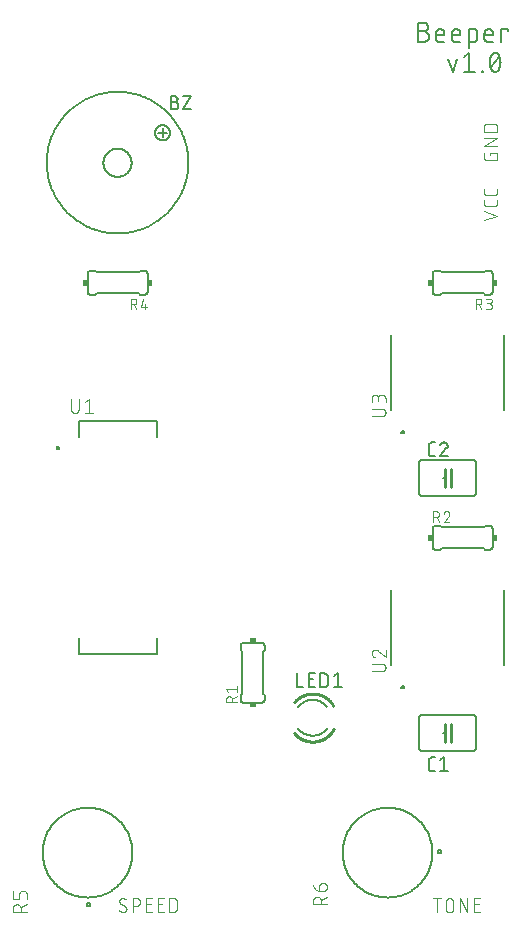
<source format=gto>
G04 EAGLE Gerber RS-274X export*
G75*
%MOMM*%
%FSLAX34Y34*%
%LPD*%
%INSilkscreen Top*%
%IPPOS*%
%AMOC8*
5,1,8,0,0,1.08239X$1,22.5*%
G01*
%ADD10C,0.152400*%
%ADD11C,0.254000*%
%ADD12C,0.127000*%
%ADD13R,0.508000X0.381000*%
%ADD14C,0.101600*%
%ADD15R,0.381000X0.508000*%
%ADD16C,0.200000*%


D10*
X356362Y771793D02*
X360878Y771793D01*
X360878Y771794D02*
X361011Y771792D01*
X361143Y771786D01*
X361275Y771776D01*
X361407Y771763D01*
X361539Y771745D01*
X361669Y771724D01*
X361800Y771699D01*
X361929Y771670D01*
X362057Y771637D01*
X362185Y771601D01*
X362311Y771561D01*
X362436Y771517D01*
X362560Y771469D01*
X362682Y771418D01*
X362803Y771363D01*
X362922Y771305D01*
X363040Y771243D01*
X363155Y771178D01*
X363269Y771109D01*
X363380Y771038D01*
X363489Y770962D01*
X363596Y770884D01*
X363701Y770803D01*
X363803Y770718D01*
X363903Y770631D01*
X364000Y770541D01*
X364095Y770448D01*
X364186Y770352D01*
X364275Y770254D01*
X364361Y770153D01*
X364444Y770049D01*
X364524Y769943D01*
X364600Y769835D01*
X364674Y769725D01*
X364744Y769612D01*
X364811Y769498D01*
X364874Y769381D01*
X364934Y769263D01*
X364991Y769143D01*
X365044Y769021D01*
X365093Y768898D01*
X365139Y768774D01*
X365181Y768648D01*
X365219Y768521D01*
X365254Y768393D01*
X365285Y768264D01*
X365312Y768135D01*
X365335Y768004D01*
X365355Y767873D01*
X365370Y767741D01*
X365382Y767609D01*
X365390Y767477D01*
X365394Y767344D01*
X365394Y767212D01*
X365390Y767079D01*
X365382Y766947D01*
X365370Y766815D01*
X365355Y766683D01*
X365335Y766552D01*
X365312Y766421D01*
X365285Y766292D01*
X365254Y766163D01*
X365219Y766035D01*
X365181Y765908D01*
X365139Y765782D01*
X365093Y765658D01*
X365044Y765535D01*
X364991Y765413D01*
X364934Y765293D01*
X364874Y765175D01*
X364811Y765058D01*
X364744Y764944D01*
X364674Y764831D01*
X364600Y764721D01*
X364524Y764613D01*
X364444Y764507D01*
X364361Y764403D01*
X364275Y764302D01*
X364186Y764204D01*
X364095Y764108D01*
X364000Y764015D01*
X363903Y763925D01*
X363803Y763838D01*
X363701Y763753D01*
X363596Y763672D01*
X363489Y763594D01*
X363380Y763518D01*
X363269Y763447D01*
X363155Y763378D01*
X363040Y763313D01*
X362922Y763251D01*
X362803Y763193D01*
X362682Y763138D01*
X362560Y763087D01*
X362436Y763039D01*
X362311Y762995D01*
X362185Y762955D01*
X362057Y762919D01*
X361929Y762886D01*
X361800Y762857D01*
X361669Y762832D01*
X361539Y762811D01*
X361407Y762793D01*
X361275Y762780D01*
X361143Y762770D01*
X361011Y762764D01*
X360878Y762762D01*
X356362Y762762D01*
X356362Y779018D01*
X360878Y779018D01*
X360997Y779016D01*
X361117Y779010D01*
X361236Y779000D01*
X361354Y778986D01*
X361473Y778969D01*
X361590Y778947D01*
X361707Y778922D01*
X361822Y778892D01*
X361937Y778859D01*
X362051Y778822D01*
X362163Y778782D01*
X362274Y778737D01*
X362383Y778689D01*
X362491Y778638D01*
X362597Y778583D01*
X362701Y778524D01*
X362803Y778462D01*
X362903Y778397D01*
X363001Y778328D01*
X363097Y778256D01*
X363190Y778181D01*
X363280Y778104D01*
X363368Y778023D01*
X363453Y777939D01*
X363535Y777852D01*
X363615Y777763D01*
X363691Y777671D01*
X363765Y777577D01*
X363835Y777480D01*
X363902Y777382D01*
X363966Y777281D01*
X364026Y777177D01*
X364083Y777072D01*
X364136Y776965D01*
X364186Y776857D01*
X364232Y776747D01*
X364274Y776635D01*
X364313Y776522D01*
X364348Y776408D01*
X364379Y776293D01*
X364407Y776176D01*
X364430Y776059D01*
X364450Y775942D01*
X364466Y775823D01*
X364478Y775704D01*
X364486Y775585D01*
X364490Y775466D01*
X364490Y775346D01*
X364486Y775227D01*
X364478Y775108D01*
X364466Y774989D01*
X364450Y774870D01*
X364430Y774753D01*
X364407Y774636D01*
X364379Y774519D01*
X364348Y774404D01*
X364313Y774290D01*
X364274Y774177D01*
X364232Y774065D01*
X364186Y773955D01*
X364136Y773847D01*
X364083Y773740D01*
X364026Y773635D01*
X363966Y773531D01*
X363902Y773430D01*
X363835Y773332D01*
X363765Y773235D01*
X363691Y773141D01*
X363615Y773049D01*
X363535Y772960D01*
X363453Y772873D01*
X363368Y772789D01*
X363280Y772708D01*
X363190Y772631D01*
X363097Y772556D01*
X363001Y772484D01*
X362903Y772415D01*
X362803Y772350D01*
X362701Y772288D01*
X362597Y772229D01*
X362491Y772174D01*
X362383Y772123D01*
X362274Y772075D01*
X362163Y772030D01*
X362051Y771990D01*
X361937Y771953D01*
X361822Y771920D01*
X361707Y771890D01*
X361590Y771865D01*
X361473Y771843D01*
X361354Y771826D01*
X361236Y771812D01*
X361117Y771802D01*
X360997Y771796D01*
X360878Y771794D01*
X373832Y762762D02*
X378347Y762762D01*
X373832Y762762D02*
X373731Y762764D01*
X373630Y762770D01*
X373529Y762779D01*
X373428Y762792D01*
X373328Y762809D01*
X373229Y762830D01*
X373131Y762854D01*
X373034Y762882D01*
X372937Y762914D01*
X372842Y762949D01*
X372749Y762988D01*
X372657Y763030D01*
X372566Y763076D01*
X372478Y763125D01*
X372391Y763177D01*
X372306Y763233D01*
X372223Y763291D01*
X372143Y763353D01*
X372065Y763418D01*
X371989Y763485D01*
X371916Y763555D01*
X371846Y763628D01*
X371779Y763704D01*
X371714Y763782D01*
X371652Y763862D01*
X371594Y763945D01*
X371538Y764030D01*
X371486Y764117D01*
X371437Y764205D01*
X371391Y764296D01*
X371349Y764388D01*
X371310Y764481D01*
X371275Y764576D01*
X371243Y764673D01*
X371215Y764770D01*
X371191Y764868D01*
X371170Y764967D01*
X371153Y765067D01*
X371140Y765168D01*
X371131Y765269D01*
X371125Y765370D01*
X371123Y765471D01*
X371122Y765471D02*
X371122Y769987D01*
X371123Y769987D02*
X371125Y770106D01*
X371131Y770226D01*
X371141Y770345D01*
X371155Y770463D01*
X371172Y770582D01*
X371194Y770699D01*
X371219Y770816D01*
X371249Y770931D01*
X371282Y771046D01*
X371319Y771160D01*
X371359Y771272D01*
X371404Y771383D01*
X371452Y771492D01*
X371503Y771600D01*
X371558Y771706D01*
X371617Y771810D01*
X371679Y771912D01*
X371744Y772012D01*
X371813Y772110D01*
X371885Y772206D01*
X371960Y772299D01*
X372037Y772389D01*
X372118Y772477D01*
X372202Y772562D01*
X372289Y772644D01*
X372378Y772724D01*
X372470Y772800D01*
X372564Y772874D01*
X372661Y772944D01*
X372759Y773011D01*
X372860Y773075D01*
X372964Y773135D01*
X373069Y773192D01*
X373176Y773245D01*
X373284Y773295D01*
X373394Y773341D01*
X373506Y773383D01*
X373619Y773422D01*
X373733Y773457D01*
X373848Y773488D01*
X373965Y773516D01*
X374082Y773539D01*
X374199Y773559D01*
X374318Y773575D01*
X374437Y773587D01*
X374556Y773595D01*
X374675Y773599D01*
X374795Y773599D01*
X374914Y773595D01*
X375033Y773587D01*
X375152Y773575D01*
X375271Y773559D01*
X375388Y773539D01*
X375505Y773516D01*
X375622Y773488D01*
X375737Y773457D01*
X375851Y773422D01*
X375964Y773383D01*
X376076Y773341D01*
X376186Y773295D01*
X376294Y773245D01*
X376401Y773192D01*
X376506Y773135D01*
X376610Y773075D01*
X376711Y773011D01*
X376809Y772944D01*
X376906Y772874D01*
X377000Y772800D01*
X377092Y772724D01*
X377181Y772644D01*
X377268Y772562D01*
X377352Y772477D01*
X377433Y772389D01*
X377510Y772299D01*
X377585Y772206D01*
X377657Y772110D01*
X377726Y772012D01*
X377791Y771912D01*
X377853Y771810D01*
X377912Y771706D01*
X377967Y771600D01*
X378018Y771492D01*
X378066Y771383D01*
X378111Y771272D01*
X378151Y771160D01*
X378188Y771046D01*
X378221Y770931D01*
X378251Y770816D01*
X378276Y770699D01*
X378298Y770582D01*
X378315Y770463D01*
X378329Y770345D01*
X378339Y770226D01*
X378345Y770106D01*
X378347Y769987D01*
X378347Y768181D01*
X371122Y768181D01*
X387379Y762762D02*
X391894Y762762D01*
X387379Y762762D02*
X387278Y762764D01*
X387177Y762770D01*
X387076Y762779D01*
X386975Y762792D01*
X386875Y762809D01*
X386776Y762830D01*
X386678Y762854D01*
X386581Y762882D01*
X386484Y762914D01*
X386389Y762949D01*
X386296Y762988D01*
X386204Y763030D01*
X386113Y763076D01*
X386025Y763125D01*
X385938Y763177D01*
X385853Y763233D01*
X385770Y763291D01*
X385690Y763353D01*
X385612Y763418D01*
X385536Y763485D01*
X385463Y763555D01*
X385393Y763628D01*
X385326Y763704D01*
X385261Y763782D01*
X385199Y763862D01*
X385141Y763945D01*
X385085Y764030D01*
X385033Y764117D01*
X384984Y764205D01*
X384938Y764296D01*
X384896Y764388D01*
X384857Y764481D01*
X384822Y764576D01*
X384790Y764673D01*
X384762Y764770D01*
X384738Y764868D01*
X384717Y764967D01*
X384700Y765067D01*
X384687Y765168D01*
X384678Y765269D01*
X384672Y765370D01*
X384670Y765471D01*
X384669Y765471D02*
X384669Y769987D01*
X384670Y769987D02*
X384672Y770106D01*
X384678Y770226D01*
X384688Y770345D01*
X384702Y770463D01*
X384719Y770582D01*
X384741Y770699D01*
X384766Y770816D01*
X384796Y770931D01*
X384829Y771046D01*
X384866Y771160D01*
X384906Y771272D01*
X384951Y771383D01*
X384999Y771492D01*
X385050Y771600D01*
X385105Y771706D01*
X385164Y771810D01*
X385226Y771912D01*
X385291Y772012D01*
X385360Y772110D01*
X385432Y772206D01*
X385507Y772299D01*
X385584Y772389D01*
X385665Y772477D01*
X385749Y772562D01*
X385836Y772644D01*
X385925Y772724D01*
X386017Y772800D01*
X386111Y772874D01*
X386208Y772944D01*
X386306Y773011D01*
X386407Y773075D01*
X386511Y773135D01*
X386616Y773192D01*
X386723Y773245D01*
X386831Y773295D01*
X386941Y773341D01*
X387053Y773383D01*
X387166Y773422D01*
X387280Y773457D01*
X387395Y773488D01*
X387512Y773516D01*
X387629Y773539D01*
X387746Y773559D01*
X387865Y773575D01*
X387984Y773587D01*
X388103Y773595D01*
X388222Y773599D01*
X388342Y773599D01*
X388461Y773595D01*
X388580Y773587D01*
X388699Y773575D01*
X388818Y773559D01*
X388935Y773539D01*
X389052Y773516D01*
X389169Y773488D01*
X389284Y773457D01*
X389398Y773422D01*
X389511Y773383D01*
X389623Y773341D01*
X389733Y773295D01*
X389841Y773245D01*
X389948Y773192D01*
X390053Y773135D01*
X390157Y773075D01*
X390258Y773011D01*
X390356Y772944D01*
X390453Y772874D01*
X390547Y772800D01*
X390639Y772724D01*
X390728Y772644D01*
X390815Y772562D01*
X390899Y772477D01*
X390980Y772389D01*
X391057Y772299D01*
X391132Y772206D01*
X391204Y772110D01*
X391273Y772012D01*
X391338Y771912D01*
X391400Y771810D01*
X391459Y771706D01*
X391514Y771600D01*
X391565Y771492D01*
X391613Y771383D01*
X391658Y771272D01*
X391698Y771160D01*
X391735Y771046D01*
X391768Y770931D01*
X391798Y770816D01*
X391823Y770699D01*
X391845Y770582D01*
X391862Y770463D01*
X391876Y770345D01*
X391886Y770226D01*
X391892Y770106D01*
X391894Y769987D01*
X391894Y768181D01*
X384669Y768181D01*
X398811Y773599D02*
X398811Y757343D01*
X398811Y773599D02*
X403326Y773599D01*
X403430Y773597D01*
X403533Y773591D01*
X403637Y773581D01*
X403740Y773567D01*
X403842Y773549D01*
X403943Y773528D01*
X404044Y773502D01*
X404143Y773473D01*
X404242Y773440D01*
X404339Y773403D01*
X404434Y773362D01*
X404528Y773318D01*
X404620Y773270D01*
X404710Y773219D01*
X404799Y773164D01*
X404885Y773106D01*
X404968Y773044D01*
X405050Y772980D01*
X405128Y772912D01*
X405204Y772842D01*
X405278Y772769D01*
X405348Y772692D01*
X405416Y772614D01*
X405480Y772532D01*
X405542Y772449D01*
X405600Y772363D01*
X405655Y772274D01*
X405706Y772184D01*
X405754Y772092D01*
X405798Y771998D01*
X405839Y771903D01*
X405876Y771806D01*
X405909Y771707D01*
X405938Y771608D01*
X405964Y771507D01*
X405985Y771406D01*
X406003Y771304D01*
X406017Y771201D01*
X406027Y771097D01*
X406033Y770994D01*
X406035Y770890D01*
X406036Y770890D02*
X406036Y765471D01*
X406035Y765471D02*
X406033Y765370D01*
X406027Y765269D01*
X406018Y765168D01*
X406005Y765067D01*
X405988Y764967D01*
X405967Y764868D01*
X405943Y764770D01*
X405915Y764673D01*
X405883Y764576D01*
X405848Y764481D01*
X405809Y764388D01*
X405767Y764296D01*
X405721Y764205D01*
X405672Y764117D01*
X405620Y764030D01*
X405564Y763945D01*
X405506Y763862D01*
X405444Y763782D01*
X405379Y763704D01*
X405312Y763628D01*
X405242Y763555D01*
X405169Y763485D01*
X405093Y763418D01*
X405015Y763353D01*
X404935Y763291D01*
X404852Y763233D01*
X404767Y763177D01*
X404681Y763125D01*
X404592Y763076D01*
X404501Y763030D01*
X404409Y762988D01*
X404316Y762949D01*
X404221Y762914D01*
X404124Y762882D01*
X404027Y762854D01*
X403929Y762830D01*
X403830Y762809D01*
X403730Y762792D01*
X403629Y762779D01*
X403528Y762770D01*
X403427Y762764D01*
X403326Y762762D01*
X398811Y762762D01*
X414994Y762762D02*
X419509Y762762D01*
X414994Y762762D02*
X414893Y762764D01*
X414792Y762770D01*
X414691Y762779D01*
X414590Y762792D01*
X414490Y762809D01*
X414391Y762830D01*
X414293Y762854D01*
X414196Y762882D01*
X414099Y762914D01*
X414004Y762949D01*
X413911Y762988D01*
X413819Y763030D01*
X413728Y763076D01*
X413640Y763125D01*
X413553Y763177D01*
X413468Y763233D01*
X413385Y763291D01*
X413305Y763353D01*
X413227Y763418D01*
X413151Y763485D01*
X413078Y763555D01*
X413008Y763628D01*
X412941Y763704D01*
X412876Y763782D01*
X412814Y763862D01*
X412756Y763945D01*
X412700Y764030D01*
X412648Y764117D01*
X412599Y764205D01*
X412553Y764296D01*
X412511Y764388D01*
X412472Y764481D01*
X412437Y764576D01*
X412405Y764673D01*
X412377Y764770D01*
X412353Y764868D01*
X412332Y764967D01*
X412315Y765067D01*
X412302Y765168D01*
X412293Y765269D01*
X412287Y765370D01*
X412285Y765471D01*
X412284Y765471D02*
X412284Y769987D01*
X412285Y769987D02*
X412287Y770106D01*
X412293Y770226D01*
X412303Y770345D01*
X412317Y770463D01*
X412334Y770582D01*
X412356Y770699D01*
X412381Y770816D01*
X412411Y770931D01*
X412444Y771046D01*
X412481Y771160D01*
X412521Y771272D01*
X412566Y771383D01*
X412614Y771492D01*
X412665Y771600D01*
X412720Y771706D01*
X412779Y771810D01*
X412841Y771912D01*
X412906Y772012D01*
X412975Y772110D01*
X413047Y772206D01*
X413122Y772299D01*
X413199Y772389D01*
X413280Y772477D01*
X413364Y772562D01*
X413451Y772644D01*
X413540Y772724D01*
X413632Y772800D01*
X413726Y772874D01*
X413823Y772944D01*
X413921Y773011D01*
X414022Y773075D01*
X414126Y773135D01*
X414231Y773192D01*
X414338Y773245D01*
X414446Y773295D01*
X414556Y773341D01*
X414668Y773383D01*
X414781Y773422D01*
X414895Y773457D01*
X415010Y773488D01*
X415127Y773516D01*
X415244Y773539D01*
X415361Y773559D01*
X415480Y773575D01*
X415599Y773587D01*
X415718Y773595D01*
X415837Y773599D01*
X415957Y773599D01*
X416076Y773595D01*
X416195Y773587D01*
X416314Y773575D01*
X416433Y773559D01*
X416550Y773539D01*
X416667Y773516D01*
X416784Y773488D01*
X416899Y773457D01*
X417013Y773422D01*
X417126Y773383D01*
X417238Y773341D01*
X417348Y773295D01*
X417456Y773245D01*
X417563Y773192D01*
X417668Y773135D01*
X417772Y773075D01*
X417873Y773011D01*
X417971Y772944D01*
X418068Y772874D01*
X418162Y772800D01*
X418254Y772724D01*
X418343Y772644D01*
X418430Y772562D01*
X418514Y772477D01*
X418595Y772389D01*
X418672Y772299D01*
X418747Y772206D01*
X418819Y772110D01*
X418888Y772012D01*
X418953Y771912D01*
X419015Y771810D01*
X419074Y771706D01*
X419129Y771600D01*
X419180Y771492D01*
X419228Y771383D01*
X419273Y771272D01*
X419313Y771160D01*
X419350Y771046D01*
X419383Y770931D01*
X419413Y770816D01*
X419438Y770699D01*
X419460Y770582D01*
X419477Y770463D01*
X419491Y770345D01*
X419501Y770226D01*
X419507Y770106D01*
X419509Y769987D01*
X419509Y768181D01*
X412284Y768181D01*
X426437Y762762D02*
X426437Y773599D01*
X431856Y773599D01*
X431856Y771793D01*
X381762Y748199D02*
X385374Y737362D01*
X388987Y748199D01*
X394927Y750006D02*
X399443Y753618D01*
X399443Y737362D01*
X403958Y737362D02*
X394927Y737362D01*
X409933Y737362D02*
X409933Y738265D01*
X410836Y738265D01*
X410836Y737362D01*
X409933Y737362D01*
X416811Y745490D02*
X416815Y745810D01*
X416826Y746129D01*
X416845Y746449D01*
X416872Y746767D01*
X416906Y747085D01*
X416948Y747402D01*
X416998Y747718D01*
X417055Y748033D01*
X417119Y748346D01*
X417191Y748658D01*
X417270Y748968D01*
X417357Y749275D01*
X417451Y749581D01*
X417552Y749884D01*
X417661Y750185D01*
X417776Y750483D01*
X417899Y750779D01*
X418029Y751071D01*
X418166Y751360D01*
X418165Y751361D02*
X418204Y751469D01*
X418247Y751576D01*
X418293Y751681D01*
X418344Y751785D01*
X418397Y751887D01*
X418454Y751987D01*
X418515Y752085D01*
X418579Y752180D01*
X418646Y752274D01*
X418717Y752365D01*
X418790Y752454D01*
X418867Y752540D01*
X418946Y752623D01*
X419028Y752704D01*
X419113Y752782D01*
X419201Y752856D01*
X419291Y752928D01*
X419383Y752996D01*
X419478Y753062D01*
X419575Y753124D01*
X419674Y753182D01*
X419776Y753238D01*
X419878Y753289D01*
X419983Y753337D01*
X420089Y753382D01*
X420197Y753423D01*
X420306Y753460D01*
X420416Y753493D01*
X420528Y753522D01*
X420640Y753548D01*
X420753Y753570D01*
X420867Y753587D01*
X420981Y753601D01*
X421096Y753611D01*
X421211Y753617D01*
X421326Y753619D01*
X421326Y753618D02*
X421441Y753616D01*
X421556Y753610D01*
X421671Y753600D01*
X421785Y753586D01*
X421899Y753569D01*
X422012Y753547D01*
X422124Y753521D01*
X422236Y753492D01*
X422346Y753459D01*
X422455Y753422D01*
X422563Y753381D01*
X422669Y753336D01*
X422774Y753288D01*
X422876Y753237D01*
X422977Y753181D01*
X423077Y753123D01*
X423174Y753061D01*
X423268Y752996D01*
X423361Y752927D01*
X423451Y752855D01*
X423539Y752781D01*
X423624Y752703D01*
X423706Y752622D01*
X423785Y752539D01*
X423862Y752453D01*
X423935Y752364D01*
X424006Y752273D01*
X424073Y752179D01*
X424137Y752084D01*
X424198Y751986D01*
X424255Y751886D01*
X424308Y751784D01*
X424359Y751680D01*
X424405Y751575D01*
X424448Y751468D01*
X424487Y751360D01*
X424624Y751071D01*
X424754Y750779D01*
X424877Y750483D01*
X424992Y750185D01*
X425101Y749884D01*
X425202Y749581D01*
X425296Y749275D01*
X425383Y748968D01*
X425462Y748658D01*
X425534Y748346D01*
X425598Y748033D01*
X425655Y747718D01*
X425705Y747402D01*
X425747Y747085D01*
X425781Y746767D01*
X425808Y746449D01*
X425827Y746129D01*
X425838Y745810D01*
X425842Y745490D01*
X416811Y745490D02*
X416815Y745170D01*
X416826Y744851D01*
X416845Y744531D01*
X416872Y744213D01*
X416906Y743895D01*
X416948Y743578D01*
X416998Y743262D01*
X417055Y742947D01*
X417119Y742634D01*
X417191Y742322D01*
X417270Y742012D01*
X417357Y741705D01*
X417451Y741399D01*
X417552Y741096D01*
X417661Y740795D01*
X417776Y740497D01*
X417899Y740201D01*
X418029Y739909D01*
X418166Y739620D01*
X418165Y739620D02*
X418204Y739512D01*
X418247Y739405D01*
X418293Y739300D01*
X418344Y739196D01*
X418397Y739094D01*
X418454Y738994D01*
X418515Y738896D01*
X418579Y738801D01*
X418646Y738707D01*
X418717Y738616D01*
X418790Y738527D01*
X418867Y738441D01*
X418946Y738358D01*
X419028Y738277D01*
X419113Y738199D01*
X419201Y738125D01*
X419291Y738053D01*
X419384Y737984D01*
X419478Y737919D01*
X419575Y737857D01*
X419675Y737799D01*
X419776Y737743D01*
X419878Y737692D01*
X419983Y737644D01*
X420089Y737599D01*
X420197Y737558D01*
X420306Y737521D01*
X420416Y737488D01*
X420528Y737459D01*
X420640Y737433D01*
X420753Y737411D01*
X420867Y737394D01*
X420981Y737380D01*
X421096Y737370D01*
X421211Y737364D01*
X421326Y737362D01*
X424486Y739620D02*
X424623Y739909D01*
X424753Y740201D01*
X424876Y740497D01*
X424991Y740795D01*
X425100Y741096D01*
X425201Y741399D01*
X425295Y741705D01*
X425382Y742012D01*
X425461Y742322D01*
X425533Y742634D01*
X425597Y742947D01*
X425654Y743262D01*
X425704Y743578D01*
X425746Y743895D01*
X425780Y744213D01*
X425807Y744531D01*
X425826Y744851D01*
X425837Y745170D01*
X425841Y745490D01*
X424487Y739620D02*
X424448Y739512D01*
X424405Y739405D01*
X424359Y739300D01*
X424308Y739196D01*
X424255Y739094D01*
X424198Y738994D01*
X424137Y738896D01*
X424073Y738801D01*
X424006Y738707D01*
X423935Y738616D01*
X423862Y738527D01*
X423785Y738441D01*
X423706Y738358D01*
X423624Y738277D01*
X423539Y738199D01*
X423451Y738125D01*
X423361Y738053D01*
X423268Y737984D01*
X423174Y737919D01*
X423077Y737857D01*
X422977Y737799D01*
X422876Y737743D01*
X422773Y737692D01*
X422669Y737644D01*
X422563Y737599D01*
X422455Y737558D01*
X422346Y737521D01*
X422236Y737488D01*
X422124Y737459D01*
X422012Y737433D01*
X421899Y737411D01*
X421785Y737394D01*
X421671Y737380D01*
X421556Y737370D01*
X421441Y737364D01*
X421326Y737362D01*
X417714Y740974D02*
X424939Y750006D01*
X402590Y193040D02*
X359410Y193040D01*
X359410Y162560D02*
X402590Y162560D01*
X405130Y165100D02*
X405130Y190500D01*
X356870Y190500D02*
X356870Y165100D01*
X402590Y193040D02*
X402690Y193038D01*
X402789Y193032D01*
X402889Y193022D01*
X402987Y193009D01*
X403086Y192991D01*
X403183Y192970D01*
X403279Y192945D01*
X403375Y192916D01*
X403469Y192883D01*
X403562Y192847D01*
X403653Y192807D01*
X403743Y192763D01*
X403831Y192716D01*
X403917Y192666D01*
X404001Y192612D01*
X404083Y192555D01*
X404162Y192495D01*
X404240Y192431D01*
X404314Y192365D01*
X404386Y192296D01*
X404455Y192224D01*
X404521Y192150D01*
X404585Y192072D01*
X404645Y191993D01*
X404702Y191911D01*
X404756Y191827D01*
X404806Y191741D01*
X404853Y191653D01*
X404897Y191563D01*
X404937Y191472D01*
X404973Y191379D01*
X405006Y191285D01*
X405035Y191189D01*
X405060Y191093D01*
X405081Y190996D01*
X405099Y190897D01*
X405112Y190799D01*
X405122Y190699D01*
X405128Y190600D01*
X405130Y190500D01*
X359410Y193040D02*
X359310Y193038D01*
X359211Y193032D01*
X359111Y193022D01*
X359013Y193009D01*
X358914Y192991D01*
X358817Y192970D01*
X358721Y192945D01*
X358625Y192916D01*
X358531Y192883D01*
X358438Y192847D01*
X358347Y192807D01*
X358257Y192763D01*
X358169Y192716D01*
X358083Y192666D01*
X357999Y192612D01*
X357917Y192555D01*
X357838Y192495D01*
X357760Y192431D01*
X357686Y192365D01*
X357614Y192296D01*
X357545Y192224D01*
X357479Y192150D01*
X357415Y192072D01*
X357355Y191993D01*
X357298Y191911D01*
X357244Y191827D01*
X357194Y191741D01*
X357147Y191653D01*
X357103Y191563D01*
X357063Y191472D01*
X357027Y191379D01*
X356994Y191285D01*
X356965Y191189D01*
X356940Y191093D01*
X356919Y190996D01*
X356901Y190897D01*
X356888Y190799D01*
X356878Y190699D01*
X356872Y190600D01*
X356870Y190500D01*
X402590Y162560D02*
X402690Y162562D01*
X402789Y162568D01*
X402889Y162578D01*
X402987Y162591D01*
X403086Y162609D01*
X403183Y162630D01*
X403279Y162655D01*
X403375Y162684D01*
X403469Y162717D01*
X403562Y162753D01*
X403653Y162793D01*
X403743Y162837D01*
X403831Y162884D01*
X403917Y162934D01*
X404001Y162988D01*
X404083Y163045D01*
X404162Y163105D01*
X404240Y163169D01*
X404314Y163235D01*
X404386Y163304D01*
X404455Y163376D01*
X404521Y163450D01*
X404585Y163528D01*
X404645Y163607D01*
X404702Y163689D01*
X404756Y163773D01*
X404806Y163859D01*
X404853Y163947D01*
X404897Y164037D01*
X404937Y164128D01*
X404973Y164221D01*
X405006Y164315D01*
X405035Y164411D01*
X405060Y164507D01*
X405081Y164604D01*
X405099Y164703D01*
X405112Y164801D01*
X405122Y164901D01*
X405128Y165000D01*
X405130Y165100D01*
X359410Y162560D02*
X359310Y162562D01*
X359211Y162568D01*
X359111Y162578D01*
X359013Y162591D01*
X358914Y162609D01*
X358817Y162630D01*
X358721Y162655D01*
X358625Y162684D01*
X358531Y162717D01*
X358438Y162753D01*
X358347Y162793D01*
X358257Y162837D01*
X358169Y162884D01*
X358083Y162934D01*
X357999Y162988D01*
X357917Y163045D01*
X357838Y163105D01*
X357760Y163169D01*
X357686Y163235D01*
X357614Y163304D01*
X357545Y163376D01*
X357479Y163450D01*
X357415Y163528D01*
X357355Y163607D01*
X357298Y163689D01*
X357244Y163773D01*
X357194Y163859D01*
X357147Y163947D01*
X357103Y164037D01*
X357063Y164128D01*
X357027Y164221D01*
X356994Y164315D01*
X356965Y164411D01*
X356940Y164507D01*
X356919Y164604D01*
X356901Y164703D01*
X356888Y164801D01*
X356878Y164901D01*
X356872Y165000D01*
X356870Y165100D01*
X383540Y177800D02*
X384810Y177800D01*
D11*
X383540Y177800D02*
X383540Y185420D01*
X383540Y177800D02*
X383540Y170180D01*
X378460Y177800D02*
X378460Y185420D01*
X378460Y177800D02*
X378460Y170180D01*
D10*
X378460Y177800D02*
X377190Y177800D01*
D12*
X370205Y145415D02*
X367665Y145415D01*
X367565Y145417D01*
X367466Y145423D01*
X367366Y145433D01*
X367268Y145446D01*
X367169Y145464D01*
X367072Y145485D01*
X366976Y145510D01*
X366880Y145539D01*
X366786Y145572D01*
X366693Y145608D01*
X366602Y145648D01*
X366512Y145692D01*
X366424Y145739D01*
X366338Y145789D01*
X366254Y145843D01*
X366172Y145900D01*
X366093Y145960D01*
X366015Y146024D01*
X365941Y146090D01*
X365869Y146159D01*
X365800Y146231D01*
X365734Y146305D01*
X365670Y146383D01*
X365610Y146462D01*
X365553Y146544D01*
X365499Y146628D01*
X365449Y146714D01*
X365402Y146802D01*
X365358Y146892D01*
X365318Y146983D01*
X365282Y147076D01*
X365249Y147170D01*
X365220Y147266D01*
X365195Y147362D01*
X365174Y147459D01*
X365156Y147558D01*
X365143Y147656D01*
X365133Y147756D01*
X365127Y147855D01*
X365125Y147955D01*
X365125Y154305D01*
X365127Y154405D01*
X365133Y154504D01*
X365143Y154604D01*
X365156Y154702D01*
X365174Y154801D01*
X365195Y154898D01*
X365220Y154994D01*
X365249Y155090D01*
X365282Y155184D01*
X365318Y155277D01*
X365358Y155368D01*
X365402Y155458D01*
X365449Y155546D01*
X365499Y155632D01*
X365553Y155716D01*
X365610Y155798D01*
X365670Y155877D01*
X365734Y155955D01*
X365800Y156029D01*
X365869Y156101D01*
X365941Y156170D01*
X366015Y156236D01*
X366093Y156300D01*
X366172Y156360D01*
X366254Y156417D01*
X366338Y156471D01*
X366424Y156521D01*
X366512Y156568D01*
X366602Y156612D01*
X366693Y156652D01*
X366786Y156688D01*
X366880Y156721D01*
X366976Y156750D01*
X367072Y156775D01*
X367169Y156796D01*
X367268Y156814D01*
X367366Y156827D01*
X367466Y156837D01*
X367565Y156843D01*
X367665Y156845D01*
X370205Y156845D01*
X374687Y154305D02*
X377862Y156845D01*
X377862Y145415D01*
X374687Y145415D02*
X381037Y145415D01*
D10*
X402590Y408940D02*
X359410Y408940D01*
X359410Y378460D02*
X402590Y378460D01*
X405130Y381000D02*
X405130Y406400D01*
X356870Y406400D02*
X356870Y381000D01*
X402590Y408940D02*
X402690Y408938D01*
X402789Y408932D01*
X402889Y408922D01*
X402987Y408909D01*
X403086Y408891D01*
X403183Y408870D01*
X403279Y408845D01*
X403375Y408816D01*
X403469Y408783D01*
X403562Y408747D01*
X403653Y408707D01*
X403743Y408663D01*
X403831Y408616D01*
X403917Y408566D01*
X404001Y408512D01*
X404083Y408455D01*
X404162Y408395D01*
X404240Y408331D01*
X404314Y408265D01*
X404386Y408196D01*
X404455Y408124D01*
X404521Y408050D01*
X404585Y407972D01*
X404645Y407893D01*
X404702Y407811D01*
X404756Y407727D01*
X404806Y407641D01*
X404853Y407553D01*
X404897Y407463D01*
X404937Y407372D01*
X404973Y407279D01*
X405006Y407185D01*
X405035Y407089D01*
X405060Y406993D01*
X405081Y406896D01*
X405099Y406797D01*
X405112Y406699D01*
X405122Y406599D01*
X405128Y406500D01*
X405130Y406400D01*
X359410Y408940D02*
X359310Y408938D01*
X359211Y408932D01*
X359111Y408922D01*
X359013Y408909D01*
X358914Y408891D01*
X358817Y408870D01*
X358721Y408845D01*
X358625Y408816D01*
X358531Y408783D01*
X358438Y408747D01*
X358347Y408707D01*
X358257Y408663D01*
X358169Y408616D01*
X358083Y408566D01*
X357999Y408512D01*
X357917Y408455D01*
X357838Y408395D01*
X357760Y408331D01*
X357686Y408265D01*
X357614Y408196D01*
X357545Y408124D01*
X357479Y408050D01*
X357415Y407972D01*
X357355Y407893D01*
X357298Y407811D01*
X357244Y407727D01*
X357194Y407641D01*
X357147Y407553D01*
X357103Y407463D01*
X357063Y407372D01*
X357027Y407279D01*
X356994Y407185D01*
X356965Y407089D01*
X356940Y406993D01*
X356919Y406896D01*
X356901Y406797D01*
X356888Y406699D01*
X356878Y406599D01*
X356872Y406500D01*
X356870Y406400D01*
X402590Y378460D02*
X402690Y378462D01*
X402789Y378468D01*
X402889Y378478D01*
X402987Y378491D01*
X403086Y378509D01*
X403183Y378530D01*
X403279Y378555D01*
X403375Y378584D01*
X403469Y378617D01*
X403562Y378653D01*
X403653Y378693D01*
X403743Y378737D01*
X403831Y378784D01*
X403917Y378834D01*
X404001Y378888D01*
X404083Y378945D01*
X404162Y379005D01*
X404240Y379069D01*
X404314Y379135D01*
X404386Y379204D01*
X404455Y379276D01*
X404521Y379350D01*
X404585Y379428D01*
X404645Y379507D01*
X404702Y379589D01*
X404756Y379673D01*
X404806Y379759D01*
X404853Y379847D01*
X404897Y379937D01*
X404937Y380028D01*
X404973Y380121D01*
X405006Y380215D01*
X405035Y380311D01*
X405060Y380407D01*
X405081Y380504D01*
X405099Y380603D01*
X405112Y380701D01*
X405122Y380801D01*
X405128Y380900D01*
X405130Y381000D01*
X359410Y378460D02*
X359310Y378462D01*
X359211Y378468D01*
X359111Y378478D01*
X359013Y378491D01*
X358914Y378509D01*
X358817Y378530D01*
X358721Y378555D01*
X358625Y378584D01*
X358531Y378617D01*
X358438Y378653D01*
X358347Y378693D01*
X358257Y378737D01*
X358169Y378784D01*
X358083Y378834D01*
X357999Y378888D01*
X357917Y378945D01*
X357838Y379005D01*
X357760Y379069D01*
X357686Y379135D01*
X357614Y379204D01*
X357545Y379276D01*
X357479Y379350D01*
X357415Y379428D01*
X357355Y379507D01*
X357298Y379589D01*
X357244Y379673D01*
X357194Y379759D01*
X357147Y379847D01*
X357103Y379937D01*
X357063Y380028D01*
X357027Y380121D01*
X356994Y380215D01*
X356965Y380311D01*
X356940Y380407D01*
X356919Y380504D01*
X356901Y380603D01*
X356888Y380701D01*
X356878Y380801D01*
X356872Y380900D01*
X356870Y381000D01*
X383540Y393700D02*
X384810Y393700D01*
D11*
X383540Y393700D02*
X383540Y401320D01*
X383540Y393700D02*
X383540Y386080D01*
X378460Y393700D02*
X378460Y401320D01*
X378460Y393700D02*
X378460Y386080D01*
D10*
X378460Y393700D02*
X377190Y393700D01*
D12*
X370205Y412115D02*
X367665Y412115D01*
X367565Y412117D01*
X367466Y412123D01*
X367366Y412133D01*
X367268Y412146D01*
X367169Y412164D01*
X367072Y412185D01*
X366976Y412210D01*
X366880Y412239D01*
X366786Y412272D01*
X366693Y412308D01*
X366602Y412348D01*
X366512Y412392D01*
X366424Y412439D01*
X366338Y412489D01*
X366254Y412543D01*
X366172Y412600D01*
X366093Y412660D01*
X366015Y412724D01*
X365941Y412790D01*
X365869Y412859D01*
X365800Y412931D01*
X365734Y413005D01*
X365670Y413083D01*
X365610Y413162D01*
X365553Y413244D01*
X365499Y413328D01*
X365449Y413414D01*
X365402Y413502D01*
X365358Y413592D01*
X365318Y413683D01*
X365282Y413776D01*
X365249Y413870D01*
X365220Y413966D01*
X365195Y414062D01*
X365174Y414159D01*
X365156Y414258D01*
X365143Y414356D01*
X365133Y414456D01*
X365127Y414555D01*
X365125Y414655D01*
X365125Y421005D01*
X365127Y421105D01*
X365133Y421204D01*
X365143Y421304D01*
X365156Y421402D01*
X365174Y421501D01*
X365195Y421598D01*
X365220Y421694D01*
X365249Y421790D01*
X365282Y421884D01*
X365318Y421977D01*
X365358Y422068D01*
X365402Y422158D01*
X365449Y422246D01*
X365499Y422332D01*
X365553Y422416D01*
X365610Y422498D01*
X365670Y422577D01*
X365734Y422655D01*
X365800Y422729D01*
X365869Y422801D01*
X365941Y422870D01*
X366015Y422936D01*
X366093Y423000D01*
X366172Y423060D01*
X366254Y423117D01*
X366338Y423171D01*
X366424Y423221D01*
X366512Y423268D01*
X366602Y423312D01*
X366693Y423352D01*
X366786Y423388D01*
X366880Y423421D01*
X366976Y423450D01*
X367072Y423475D01*
X367169Y423496D01*
X367268Y423514D01*
X367366Y423527D01*
X367466Y423537D01*
X367565Y423543D01*
X367665Y423545D01*
X370205Y423545D01*
X378180Y423546D02*
X378284Y423544D01*
X378389Y423538D01*
X378493Y423529D01*
X378596Y423516D01*
X378699Y423498D01*
X378801Y423478D01*
X378903Y423453D01*
X379003Y423425D01*
X379103Y423393D01*
X379201Y423357D01*
X379298Y423318D01*
X379393Y423276D01*
X379487Y423230D01*
X379579Y423180D01*
X379669Y423128D01*
X379757Y423072D01*
X379843Y423012D01*
X379927Y422950D01*
X380008Y422885D01*
X380087Y422817D01*
X380164Y422745D01*
X380237Y422672D01*
X380309Y422595D01*
X380377Y422516D01*
X380442Y422435D01*
X380504Y422351D01*
X380564Y422265D01*
X380620Y422177D01*
X380672Y422087D01*
X380722Y421995D01*
X380768Y421901D01*
X380810Y421806D01*
X380849Y421709D01*
X380885Y421611D01*
X380917Y421511D01*
X380945Y421411D01*
X380970Y421309D01*
X380990Y421207D01*
X381008Y421104D01*
X381021Y421001D01*
X381030Y420897D01*
X381036Y420792D01*
X381038Y420688D01*
X378180Y423545D02*
X378062Y423543D01*
X377943Y423537D01*
X377825Y423528D01*
X377708Y423515D01*
X377591Y423497D01*
X377474Y423477D01*
X377358Y423452D01*
X377243Y423424D01*
X377130Y423391D01*
X377017Y423356D01*
X376905Y423316D01*
X376795Y423274D01*
X376686Y423227D01*
X376578Y423177D01*
X376473Y423124D01*
X376369Y423067D01*
X376267Y423007D01*
X376167Y422944D01*
X376069Y422877D01*
X375973Y422808D01*
X375880Y422735D01*
X375789Y422659D01*
X375700Y422581D01*
X375614Y422499D01*
X375531Y422415D01*
X375450Y422329D01*
X375373Y422239D01*
X375298Y422148D01*
X375226Y422054D01*
X375157Y421957D01*
X375092Y421859D01*
X375029Y421758D01*
X374970Y421655D01*
X374914Y421551D01*
X374862Y421445D01*
X374813Y421337D01*
X374768Y421228D01*
X374726Y421117D01*
X374688Y421005D01*
X380085Y418466D02*
X380161Y418541D01*
X380236Y418620D01*
X380307Y418701D01*
X380376Y418785D01*
X380441Y418871D01*
X380503Y418959D01*
X380563Y419049D01*
X380619Y419141D01*
X380672Y419236D01*
X380721Y419332D01*
X380767Y419430D01*
X380810Y419529D01*
X380849Y419630D01*
X380884Y419732D01*
X380916Y419835D01*
X380944Y419939D01*
X380969Y420044D01*
X380990Y420151D01*
X381007Y420257D01*
X381020Y420364D01*
X381029Y420472D01*
X381035Y420580D01*
X381037Y420688D01*
X380085Y418465D02*
X374687Y412115D01*
X381037Y412115D01*
D10*
X266700Y175260D02*
X266328Y175265D01*
X265957Y175278D01*
X265586Y175301D01*
X265216Y175332D01*
X264847Y175373D01*
X264479Y175423D01*
X264112Y175481D01*
X263747Y175549D01*
X263383Y175625D01*
X263022Y175710D01*
X262663Y175805D01*
X262306Y175907D01*
X261951Y176019D01*
X261600Y176139D01*
X261251Y176267D01*
X260906Y176404D01*
X260564Y176550D01*
X260226Y176703D01*
X259892Y176865D01*
X259562Y177035D01*
X259236Y177213D01*
X258914Y177399D01*
X258597Y177593D01*
X258285Y177794D01*
X257978Y178003D01*
X257676Y178219D01*
X257379Y178443D01*
X257088Y178673D01*
X256803Y178911D01*
X256523Y179156D01*
X256250Y179407D01*
X255983Y179665D01*
X255722Y179929D01*
X255467Y180200D01*
X255220Y180477D01*
X254979Y180760D01*
X254745Y181048D01*
X254518Y181342D01*
X254299Y181642D01*
X266700Y175260D02*
X267072Y175265D01*
X267443Y175278D01*
X267815Y175301D01*
X268185Y175333D01*
X268555Y175373D01*
X268923Y175423D01*
X269291Y175482D01*
X269656Y175549D01*
X270020Y175626D01*
X270382Y175712D01*
X270742Y175806D01*
X271099Y175909D01*
X271454Y176020D01*
X271806Y176141D01*
X272155Y176270D01*
X272500Y176407D01*
X272842Y176553D01*
X273181Y176707D01*
X273516Y176869D01*
X273846Y177039D01*
X274172Y177218D01*
X274494Y177404D01*
X274812Y177598D01*
X275124Y177800D01*
X275431Y178009D01*
X275733Y178226D01*
X276030Y178450D01*
X276322Y178681D01*
X276607Y178919D01*
X276887Y179165D01*
X277160Y179417D01*
X277428Y179675D01*
X277688Y179940D01*
X277943Y180211D01*
X278191Y180489D01*
X278431Y180772D01*
X278665Y181061D01*
X278892Y181356D01*
X266700Y205740D02*
X266335Y205736D01*
X265970Y205723D01*
X265606Y205701D01*
X265243Y205670D01*
X264880Y205631D01*
X264518Y205583D01*
X264158Y205526D01*
X263799Y205461D01*
X263441Y205388D01*
X263086Y205305D01*
X262733Y205215D01*
X262381Y205115D01*
X262033Y205008D01*
X261687Y204892D01*
X261344Y204768D01*
X261004Y204635D01*
X260667Y204495D01*
X260334Y204347D01*
X260004Y204190D01*
X259678Y204026D01*
X259356Y203854D01*
X259039Y203674D01*
X258726Y203487D01*
X258417Y203293D01*
X258113Y203091D01*
X257814Y202881D01*
X257520Y202665D01*
X257232Y202442D01*
X256949Y202212D01*
X256671Y201975D01*
X256399Y201732D01*
X256133Y201482D01*
X255873Y201226D01*
X255620Y200963D01*
X255372Y200695D01*
X255132Y200421D01*
X254897Y200141D01*
X254670Y199856D01*
X266700Y205740D02*
X267065Y205736D01*
X267430Y205723D01*
X267794Y205701D01*
X268157Y205670D01*
X268520Y205631D01*
X268882Y205583D01*
X269242Y205526D01*
X269601Y205461D01*
X269959Y205388D01*
X270314Y205305D01*
X270667Y205215D01*
X271019Y205115D01*
X271367Y205008D01*
X271713Y204892D01*
X272056Y204768D01*
X272396Y204635D01*
X272733Y204495D01*
X273066Y204347D01*
X273396Y204190D01*
X273722Y204026D01*
X274044Y203854D01*
X274361Y203674D01*
X274674Y203487D01*
X274983Y203293D01*
X275287Y203091D01*
X275586Y202881D01*
X275880Y202665D01*
X276168Y202442D01*
X276451Y202212D01*
X276729Y201975D01*
X277001Y201732D01*
X277267Y201482D01*
X277527Y201226D01*
X277780Y200963D01*
X278028Y200695D01*
X278268Y200421D01*
X278503Y200141D01*
X278730Y199856D01*
D11*
X266700Y170180D02*
X266206Y170186D01*
X265712Y170204D01*
X265218Y170234D01*
X264725Y170276D01*
X264234Y170330D01*
X263744Y170396D01*
X263256Y170474D01*
X262769Y170564D01*
X262285Y170665D01*
X261804Y170779D01*
X261326Y170904D01*
X260850Y171040D01*
X260379Y171188D01*
X259911Y171348D01*
X259447Y171519D01*
X258987Y171701D01*
X258532Y171894D01*
X258081Y172098D01*
X257636Y172313D01*
X257196Y172539D01*
X256762Y172776D01*
X256334Y173023D01*
X255912Y173280D01*
X255496Y173548D01*
X255087Y173826D01*
X254685Y174113D01*
X254289Y174410D01*
X253902Y174717D01*
X253521Y175033D01*
X253149Y175358D01*
X252784Y175693D01*
X252428Y176036D01*
X252081Y176387D01*
X251741Y176747D01*
X251411Y177115D01*
X251090Y177491D01*
X266700Y170180D02*
X267188Y170186D01*
X267675Y170203D01*
X268162Y170233D01*
X268649Y170274D01*
X269134Y170326D01*
X269618Y170391D01*
X270100Y170467D01*
X270580Y170554D01*
X271058Y170653D01*
X271533Y170763D01*
X272006Y170885D01*
X272475Y171018D01*
X272942Y171163D01*
X273404Y171318D01*
X273863Y171485D01*
X274318Y171662D01*
X274768Y171851D01*
X275213Y172050D01*
X275654Y172260D01*
X276090Y172480D01*
X276520Y172711D01*
X276944Y172952D01*
X277362Y173203D01*
X277775Y173464D01*
X278181Y173735D01*
X278580Y174015D01*
X278973Y174305D01*
X279358Y174605D01*
X279736Y174914D01*
X280107Y175231D01*
X280469Y175558D01*
X280824Y175893D01*
X281171Y176236D01*
X281509Y176588D01*
X281839Y176947D01*
X282160Y177315D01*
X282473Y177690D01*
X282776Y178073D01*
X283070Y178462D01*
X283354Y178859D01*
X283629Y179262D01*
X283894Y179672D01*
X284149Y180088D01*
X284394Y180510D01*
X284629Y180938D01*
X266700Y210820D02*
X266210Y210814D01*
X265720Y210796D01*
X265231Y210767D01*
X264742Y210725D01*
X264255Y210672D01*
X263769Y210608D01*
X263285Y210531D01*
X262803Y210443D01*
X262323Y210343D01*
X261845Y210232D01*
X261371Y210109D01*
X260899Y209974D01*
X260431Y209829D01*
X259967Y209672D01*
X259506Y209504D01*
X259050Y209325D01*
X258598Y209135D01*
X258151Y208934D01*
X257709Y208722D01*
X257272Y208500D01*
X256840Y208268D01*
X256414Y208025D01*
X255995Y207771D01*
X255581Y207508D01*
X255174Y207235D01*
X254774Y206952D01*
X254380Y206659D01*
X253994Y206358D01*
X253615Y206046D01*
X253244Y205726D01*
X252881Y205397D01*
X252525Y205060D01*
X252178Y204713D01*
X251840Y204359D01*
X251510Y203996D01*
X251188Y203626D01*
X266700Y210820D02*
X267197Y210814D01*
X267694Y210796D01*
X268190Y210765D01*
X268685Y210723D01*
X269179Y210668D01*
X269672Y210602D01*
X270162Y210523D01*
X270651Y210432D01*
X271137Y210330D01*
X271621Y210215D01*
X272101Y210089D01*
X272579Y209951D01*
X273053Y209802D01*
X273523Y209641D01*
X273989Y209468D01*
X274451Y209284D01*
X274908Y209089D01*
X275360Y208883D01*
X275807Y208666D01*
X276248Y208437D01*
X276684Y208199D01*
X277114Y207949D01*
X277537Y207689D01*
X277955Y207419D01*
X278365Y207139D01*
X278768Y206849D01*
X279165Y206549D01*
X279553Y206239D01*
X279934Y205920D01*
X280307Y205592D01*
X280672Y205255D01*
X281029Y204909D01*
X281377Y204554D01*
X281716Y204191D01*
X282047Y203820D01*
X282368Y203440D01*
X282680Y203053D01*
X282982Y202659D01*
X283274Y202257D01*
X283557Y201848D01*
X283829Y201433D01*
X284092Y201010D01*
X284343Y200582D01*
D12*
X253517Y216535D02*
X253517Y227965D01*
X253517Y216535D02*
X258597Y216535D01*
X263423Y216535D02*
X268503Y216535D01*
X263423Y216535D02*
X263423Y227965D01*
X268503Y227965D01*
X267233Y222885D02*
X263423Y222885D01*
X273304Y227965D02*
X273304Y216535D01*
X273304Y227965D02*
X276479Y227965D01*
X276590Y227963D01*
X276700Y227957D01*
X276811Y227948D01*
X276921Y227934D01*
X277030Y227917D01*
X277139Y227896D01*
X277247Y227871D01*
X277354Y227842D01*
X277460Y227810D01*
X277565Y227774D01*
X277668Y227734D01*
X277770Y227691D01*
X277871Y227644D01*
X277970Y227593D01*
X278067Y227540D01*
X278161Y227483D01*
X278254Y227422D01*
X278345Y227359D01*
X278434Y227292D01*
X278520Y227222D01*
X278603Y227149D01*
X278685Y227074D01*
X278763Y226996D01*
X278838Y226914D01*
X278911Y226831D01*
X278981Y226745D01*
X279048Y226656D01*
X279111Y226565D01*
X279172Y226472D01*
X279229Y226378D01*
X279282Y226281D01*
X279333Y226182D01*
X279380Y226081D01*
X279423Y225979D01*
X279463Y225876D01*
X279499Y225771D01*
X279531Y225665D01*
X279560Y225558D01*
X279585Y225450D01*
X279606Y225341D01*
X279623Y225232D01*
X279637Y225122D01*
X279646Y225011D01*
X279652Y224901D01*
X279654Y224790D01*
X279654Y219710D01*
X279652Y219599D01*
X279646Y219489D01*
X279637Y219378D01*
X279623Y219268D01*
X279606Y219159D01*
X279585Y219050D01*
X279560Y218942D01*
X279531Y218835D01*
X279499Y218729D01*
X279463Y218624D01*
X279423Y218521D01*
X279380Y218419D01*
X279333Y218318D01*
X279282Y218219D01*
X279229Y218122D01*
X279172Y218028D01*
X279111Y217935D01*
X279048Y217844D01*
X278981Y217755D01*
X278911Y217669D01*
X278838Y217586D01*
X278763Y217504D01*
X278685Y217426D01*
X278603Y217351D01*
X278520Y217278D01*
X278434Y217208D01*
X278345Y217141D01*
X278254Y217078D01*
X278161Y217017D01*
X278067Y216960D01*
X277970Y216907D01*
X277871Y216856D01*
X277770Y216809D01*
X277668Y216766D01*
X277565Y216726D01*
X277460Y216690D01*
X277354Y216658D01*
X277247Y216629D01*
X277139Y216604D01*
X277030Y216583D01*
X276921Y216566D01*
X276811Y216552D01*
X276700Y216543D01*
X276590Y216537D01*
X276479Y216535D01*
X273304Y216535D01*
X285115Y225425D02*
X288290Y227965D01*
X288290Y216535D01*
X285115Y216535D02*
X291465Y216535D01*
D10*
X208280Y203200D02*
X208180Y203202D01*
X208081Y203208D01*
X207981Y203218D01*
X207883Y203231D01*
X207784Y203249D01*
X207687Y203270D01*
X207591Y203295D01*
X207495Y203324D01*
X207401Y203357D01*
X207308Y203393D01*
X207217Y203433D01*
X207127Y203477D01*
X207039Y203524D01*
X206953Y203574D01*
X206869Y203628D01*
X206787Y203685D01*
X206708Y203745D01*
X206630Y203809D01*
X206556Y203875D01*
X206484Y203944D01*
X206415Y204016D01*
X206349Y204090D01*
X206285Y204168D01*
X206225Y204247D01*
X206168Y204329D01*
X206114Y204413D01*
X206064Y204499D01*
X206017Y204587D01*
X205973Y204677D01*
X205933Y204768D01*
X205897Y204861D01*
X205864Y204955D01*
X205835Y205051D01*
X205810Y205147D01*
X205789Y205244D01*
X205771Y205343D01*
X205758Y205441D01*
X205748Y205541D01*
X205742Y205640D01*
X205740Y205740D01*
X223520Y203200D02*
X223620Y203202D01*
X223719Y203208D01*
X223819Y203218D01*
X223917Y203231D01*
X224016Y203249D01*
X224113Y203270D01*
X224209Y203295D01*
X224305Y203324D01*
X224399Y203357D01*
X224492Y203393D01*
X224583Y203433D01*
X224673Y203477D01*
X224761Y203524D01*
X224847Y203574D01*
X224931Y203628D01*
X225013Y203685D01*
X225092Y203745D01*
X225170Y203809D01*
X225244Y203875D01*
X225316Y203944D01*
X225385Y204016D01*
X225451Y204090D01*
X225515Y204168D01*
X225575Y204247D01*
X225632Y204329D01*
X225686Y204413D01*
X225736Y204499D01*
X225783Y204587D01*
X225827Y204677D01*
X225867Y204768D01*
X225903Y204861D01*
X225936Y204955D01*
X225965Y205051D01*
X225990Y205147D01*
X226011Y205244D01*
X226029Y205343D01*
X226042Y205441D01*
X226052Y205541D01*
X226058Y205640D01*
X226060Y205740D01*
X226060Y251460D02*
X226058Y251560D01*
X226052Y251659D01*
X226042Y251759D01*
X226029Y251857D01*
X226011Y251956D01*
X225990Y252053D01*
X225965Y252149D01*
X225936Y252245D01*
X225903Y252339D01*
X225867Y252432D01*
X225827Y252523D01*
X225783Y252613D01*
X225736Y252701D01*
X225686Y252787D01*
X225632Y252871D01*
X225575Y252953D01*
X225515Y253032D01*
X225451Y253110D01*
X225385Y253184D01*
X225316Y253256D01*
X225244Y253325D01*
X225170Y253391D01*
X225092Y253455D01*
X225013Y253515D01*
X224931Y253572D01*
X224847Y253626D01*
X224761Y253676D01*
X224673Y253723D01*
X224583Y253767D01*
X224492Y253807D01*
X224399Y253843D01*
X224305Y253876D01*
X224209Y253905D01*
X224113Y253930D01*
X224016Y253951D01*
X223917Y253969D01*
X223819Y253982D01*
X223719Y253992D01*
X223620Y253998D01*
X223520Y254000D01*
X208280Y254000D02*
X208180Y253998D01*
X208081Y253992D01*
X207981Y253982D01*
X207883Y253969D01*
X207784Y253951D01*
X207687Y253930D01*
X207591Y253905D01*
X207495Y253876D01*
X207401Y253843D01*
X207308Y253807D01*
X207217Y253767D01*
X207127Y253723D01*
X207039Y253676D01*
X206953Y253626D01*
X206869Y253572D01*
X206787Y253515D01*
X206708Y253455D01*
X206630Y253391D01*
X206556Y253325D01*
X206484Y253256D01*
X206415Y253184D01*
X206349Y253110D01*
X206285Y253032D01*
X206225Y252953D01*
X206168Y252871D01*
X206114Y252787D01*
X206064Y252701D01*
X206017Y252613D01*
X205973Y252523D01*
X205933Y252432D01*
X205897Y252339D01*
X205864Y252245D01*
X205835Y252149D01*
X205810Y252053D01*
X205789Y251956D01*
X205771Y251857D01*
X205758Y251759D01*
X205748Y251659D01*
X205742Y251560D01*
X205740Y251460D01*
X208280Y203200D02*
X223520Y203200D01*
X205740Y205740D02*
X205740Y209550D01*
X207010Y210820D01*
X226060Y209550D02*
X226060Y205740D01*
X226060Y209550D02*
X224790Y210820D01*
X207010Y246380D02*
X205740Y247650D01*
X207010Y246380D02*
X207010Y210820D01*
X224790Y246380D02*
X226060Y247650D01*
X224790Y246380D02*
X224790Y210820D01*
X205740Y247650D02*
X205740Y251460D01*
X226060Y251460D02*
X226060Y247650D01*
X223520Y254000D02*
X208280Y254000D01*
D13*
X215900Y255905D03*
X215900Y201295D03*
D14*
X202438Y203708D02*
X193548Y203708D01*
X193548Y206177D01*
X193550Y206275D01*
X193556Y206373D01*
X193566Y206471D01*
X193579Y206568D01*
X193597Y206665D01*
X193618Y206761D01*
X193643Y206855D01*
X193672Y206949D01*
X193704Y207042D01*
X193741Y207133D01*
X193780Y207223D01*
X193824Y207311D01*
X193871Y207397D01*
X193921Y207482D01*
X193974Y207564D01*
X194031Y207644D01*
X194091Y207722D01*
X194154Y207797D01*
X194220Y207870D01*
X194289Y207940D01*
X194360Y208007D01*
X194434Y208072D01*
X194511Y208133D01*
X194590Y208192D01*
X194671Y208247D01*
X194754Y208299D01*
X194840Y208347D01*
X194927Y208392D01*
X195016Y208434D01*
X195106Y208472D01*
X195198Y208506D01*
X195291Y208537D01*
X195386Y208564D01*
X195481Y208587D01*
X195578Y208607D01*
X195674Y208622D01*
X195772Y208634D01*
X195870Y208642D01*
X195968Y208646D01*
X196066Y208646D01*
X196164Y208642D01*
X196262Y208634D01*
X196360Y208622D01*
X196456Y208607D01*
X196553Y208587D01*
X196648Y208564D01*
X196743Y208537D01*
X196836Y208506D01*
X196928Y208472D01*
X197018Y208434D01*
X197107Y208392D01*
X197194Y208347D01*
X197280Y208299D01*
X197363Y208247D01*
X197444Y208192D01*
X197523Y208133D01*
X197600Y208072D01*
X197674Y208007D01*
X197745Y207940D01*
X197814Y207870D01*
X197880Y207797D01*
X197943Y207722D01*
X198003Y207644D01*
X198060Y207564D01*
X198113Y207482D01*
X198163Y207397D01*
X198210Y207311D01*
X198254Y207223D01*
X198293Y207133D01*
X198330Y207042D01*
X198362Y206949D01*
X198391Y206855D01*
X198416Y206761D01*
X198437Y206665D01*
X198455Y206568D01*
X198468Y206471D01*
X198478Y206373D01*
X198484Y206275D01*
X198486Y206177D01*
X198487Y206177D02*
X198487Y203708D01*
X198487Y206671D02*
X202438Y208647D01*
X195524Y212558D02*
X193548Y215027D01*
X202438Y215027D01*
X202438Y212558D02*
X202438Y217497D01*
D10*
X368300Y350520D02*
X368302Y350620D01*
X368308Y350719D01*
X368318Y350819D01*
X368331Y350917D01*
X368349Y351016D01*
X368370Y351113D01*
X368395Y351209D01*
X368424Y351305D01*
X368457Y351399D01*
X368493Y351492D01*
X368533Y351583D01*
X368577Y351673D01*
X368624Y351761D01*
X368674Y351847D01*
X368728Y351931D01*
X368785Y352013D01*
X368845Y352092D01*
X368909Y352170D01*
X368975Y352244D01*
X369044Y352316D01*
X369116Y352385D01*
X369190Y352451D01*
X369268Y352515D01*
X369347Y352575D01*
X369429Y352632D01*
X369513Y352686D01*
X369599Y352736D01*
X369687Y352783D01*
X369777Y352827D01*
X369868Y352867D01*
X369961Y352903D01*
X370055Y352936D01*
X370151Y352965D01*
X370247Y352990D01*
X370344Y353011D01*
X370443Y353029D01*
X370541Y353042D01*
X370641Y353052D01*
X370740Y353058D01*
X370840Y353060D01*
X368300Y335280D02*
X368302Y335180D01*
X368308Y335081D01*
X368318Y334981D01*
X368331Y334883D01*
X368349Y334784D01*
X368370Y334687D01*
X368395Y334591D01*
X368424Y334495D01*
X368457Y334401D01*
X368493Y334308D01*
X368533Y334217D01*
X368577Y334127D01*
X368624Y334039D01*
X368674Y333953D01*
X368728Y333869D01*
X368785Y333787D01*
X368845Y333708D01*
X368909Y333630D01*
X368975Y333556D01*
X369044Y333484D01*
X369116Y333415D01*
X369190Y333349D01*
X369268Y333285D01*
X369347Y333225D01*
X369429Y333168D01*
X369513Y333114D01*
X369599Y333064D01*
X369687Y333017D01*
X369777Y332973D01*
X369868Y332933D01*
X369961Y332897D01*
X370055Y332864D01*
X370151Y332835D01*
X370247Y332810D01*
X370344Y332789D01*
X370443Y332771D01*
X370541Y332758D01*
X370641Y332748D01*
X370740Y332742D01*
X370840Y332740D01*
X416560Y332740D02*
X416660Y332742D01*
X416759Y332748D01*
X416859Y332758D01*
X416957Y332771D01*
X417056Y332789D01*
X417153Y332810D01*
X417249Y332835D01*
X417345Y332864D01*
X417439Y332897D01*
X417532Y332933D01*
X417623Y332973D01*
X417713Y333017D01*
X417801Y333064D01*
X417887Y333114D01*
X417971Y333168D01*
X418053Y333225D01*
X418132Y333285D01*
X418210Y333349D01*
X418284Y333415D01*
X418356Y333484D01*
X418425Y333556D01*
X418491Y333630D01*
X418555Y333708D01*
X418615Y333787D01*
X418672Y333869D01*
X418726Y333953D01*
X418776Y334039D01*
X418823Y334127D01*
X418867Y334217D01*
X418907Y334308D01*
X418943Y334401D01*
X418976Y334495D01*
X419005Y334591D01*
X419030Y334687D01*
X419051Y334784D01*
X419069Y334883D01*
X419082Y334981D01*
X419092Y335081D01*
X419098Y335180D01*
X419100Y335280D01*
X419100Y350520D02*
X419098Y350620D01*
X419092Y350719D01*
X419082Y350819D01*
X419069Y350917D01*
X419051Y351016D01*
X419030Y351113D01*
X419005Y351209D01*
X418976Y351305D01*
X418943Y351399D01*
X418907Y351492D01*
X418867Y351583D01*
X418823Y351673D01*
X418776Y351761D01*
X418726Y351847D01*
X418672Y351931D01*
X418615Y352013D01*
X418555Y352092D01*
X418491Y352170D01*
X418425Y352244D01*
X418356Y352316D01*
X418284Y352385D01*
X418210Y352451D01*
X418132Y352515D01*
X418053Y352575D01*
X417971Y352632D01*
X417887Y352686D01*
X417801Y352736D01*
X417713Y352783D01*
X417623Y352827D01*
X417532Y352867D01*
X417439Y352903D01*
X417345Y352936D01*
X417249Y352965D01*
X417153Y352990D01*
X417056Y353011D01*
X416957Y353029D01*
X416859Y353042D01*
X416759Y353052D01*
X416660Y353058D01*
X416560Y353060D01*
X368300Y350520D02*
X368300Y335280D01*
X370840Y353060D02*
X374650Y353060D01*
X375920Y351790D01*
X374650Y332740D02*
X370840Y332740D01*
X374650Y332740D02*
X375920Y334010D01*
X411480Y351790D02*
X412750Y353060D01*
X411480Y351790D02*
X375920Y351790D01*
X411480Y334010D02*
X412750Y332740D01*
X411480Y334010D02*
X375920Y334010D01*
X412750Y353060D02*
X416560Y353060D01*
X416560Y332740D02*
X412750Y332740D01*
X419100Y335280D02*
X419100Y350520D01*
D15*
X421005Y342900D03*
X366395Y342900D03*
D14*
X368808Y356362D02*
X368808Y365252D01*
X371277Y365252D01*
X371375Y365250D01*
X371473Y365244D01*
X371571Y365234D01*
X371668Y365221D01*
X371765Y365203D01*
X371861Y365182D01*
X371955Y365157D01*
X372049Y365128D01*
X372142Y365096D01*
X372233Y365059D01*
X372323Y365020D01*
X372411Y364976D01*
X372497Y364929D01*
X372582Y364879D01*
X372664Y364826D01*
X372744Y364769D01*
X372822Y364709D01*
X372897Y364646D01*
X372970Y364580D01*
X373040Y364511D01*
X373107Y364440D01*
X373172Y364366D01*
X373233Y364289D01*
X373292Y364210D01*
X373347Y364129D01*
X373399Y364046D01*
X373447Y363960D01*
X373492Y363873D01*
X373534Y363784D01*
X373572Y363694D01*
X373606Y363602D01*
X373637Y363509D01*
X373664Y363414D01*
X373687Y363319D01*
X373707Y363222D01*
X373722Y363126D01*
X373734Y363028D01*
X373742Y362930D01*
X373746Y362832D01*
X373746Y362734D01*
X373742Y362636D01*
X373734Y362538D01*
X373722Y362440D01*
X373707Y362344D01*
X373687Y362247D01*
X373664Y362152D01*
X373637Y362057D01*
X373606Y361964D01*
X373572Y361872D01*
X373534Y361782D01*
X373492Y361693D01*
X373447Y361606D01*
X373399Y361520D01*
X373347Y361437D01*
X373292Y361356D01*
X373233Y361277D01*
X373172Y361200D01*
X373107Y361126D01*
X373040Y361055D01*
X372970Y360986D01*
X372897Y360920D01*
X372822Y360857D01*
X372744Y360797D01*
X372664Y360740D01*
X372582Y360687D01*
X372497Y360637D01*
X372411Y360590D01*
X372323Y360546D01*
X372233Y360507D01*
X372142Y360470D01*
X372049Y360438D01*
X371955Y360409D01*
X371861Y360384D01*
X371765Y360363D01*
X371668Y360345D01*
X371571Y360332D01*
X371473Y360322D01*
X371375Y360316D01*
X371277Y360314D01*
X371277Y360313D02*
X368808Y360313D01*
X371771Y360313D02*
X373747Y356362D01*
X382597Y363030D02*
X382595Y363122D01*
X382589Y363214D01*
X382580Y363305D01*
X382567Y363396D01*
X382550Y363486D01*
X382529Y363576D01*
X382505Y363664D01*
X382477Y363752D01*
X382445Y363838D01*
X382410Y363923D01*
X382371Y364006D01*
X382329Y364088D01*
X382284Y364168D01*
X382235Y364246D01*
X382183Y364322D01*
X382128Y364395D01*
X382070Y364467D01*
X382010Y364536D01*
X381946Y364602D01*
X381880Y364666D01*
X381811Y364726D01*
X381739Y364784D01*
X381666Y364839D01*
X381590Y364891D01*
X381512Y364940D01*
X381432Y364985D01*
X381350Y365027D01*
X381267Y365066D01*
X381182Y365101D01*
X381096Y365133D01*
X381008Y365161D01*
X380920Y365185D01*
X380830Y365206D01*
X380740Y365223D01*
X380649Y365236D01*
X380558Y365245D01*
X380466Y365251D01*
X380374Y365253D01*
X380374Y365252D02*
X380268Y365250D01*
X380163Y365244D01*
X380058Y365234D01*
X379953Y365221D01*
X379849Y365203D01*
X379746Y365182D01*
X379643Y365157D01*
X379541Y365128D01*
X379441Y365095D01*
X379342Y365059D01*
X379244Y365019D01*
X379148Y364975D01*
X379053Y364928D01*
X378961Y364878D01*
X378870Y364824D01*
X378781Y364766D01*
X378695Y364706D01*
X378611Y364642D01*
X378529Y364576D01*
X378449Y364506D01*
X378373Y364433D01*
X378299Y364358D01*
X378228Y364280D01*
X378160Y364199D01*
X378094Y364116D01*
X378032Y364030D01*
X377974Y363943D01*
X377918Y363853D01*
X377866Y363761D01*
X377817Y363667D01*
X377772Y363572D01*
X377730Y363475D01*
X377692Y363376D01*
X377658Y363277D01*
X381856Y361301D02*
X381925Y361370D01*
X381991Y361440D01*
X382054Y361514D01*
X382113Y361590D01*
X382170Y361668D01*
X382224Y361748D01*
X382274Y361831D01*
X382321Y361915D01*
X382364Y362002D01*
X382404Y362090D01*
X382440Y362179D01*
X382473Y362270D01*
X382502Y362362D01*
X382527Y362456D01*
X382548Y362550D01*
X382566Y362645D01*
X382579Y362741D01*
X382589Y362837D01*
X382595Y362933D01*
X382597Y363030D01*
X381856Y361301D02*
X377658Y356362D01*
X382597Y356362D01*
D10*
X416560Y548640D02*
X416660Y548642D01*
X416759Y548648D01*
X416859Y548658D01*
X416957Y548671D01*
X417056Y548689D01*
X417153Y548710D01*
X417249Y548735D01*
X417345Y548764D01*
X417439Y548797D01*
X417532Y548833D01*
X417623Y548873D01*
X417713Y548917D01*
X417801Y548964D01*
X417887Y549014D01*
X417971Y549068D01*
X418053Y549125D01*
X418132Y549185D01*
X418210Y549249D01*
X418284Y549315D01*
X418356Y549384D01*
X418425Y549456D01*
X418491Y549530D01*
X418555Y549608D01*
X418615Y549687D01*
X418672Y549769D01*
X418726Y549853D01*
X418776Y549939D01*
X418823Y550027D01*
X418867Y550117D01*
X418907Y550208D01*
X418943Y550301D01*
X418976Y550395D01*
X419005Y550491D01*
X419030Y550587D01*
X419051Y550684D01*
X419069Y550783D01*
X419082Y550881D01*
X419092Y550981D01*
X419098Y551080D01*
X419100Y551180D01*
X419100Y566420D02*
X419098Y566520D01*
X419092Y566619D01*
X419082Y566719D01*
X419069Y566817D01*
X419051Y566916D01*
X419030Y567013D01*
X419005Y567109D01*
X418976Y567205D01*
X418943Y567299D01*
X418907Y567392D01*
X418867Y567483D01*
X418823Y567573D01*
X418776Y567661D01*
X418726Y567747D01*
X418672Y567831D01*
X418615Y567913D01*
X418555Y567992D01*
X418491Y568070D01*
X418425Y568144D01*
X418356Y568216D01*
X418284Y568285D01*
X418210Y568351D01*
X418132Y568415D01*
X418053Y568475D01*
X417971Y568532D01*
X417887Y568586D01*
X417801Y568636D01*
X417713Y568683D01*
X417623Y568727D01*
X417532Y568767D01*
X417439Y568803D01*
X417345Y568836D01*
X417249Y568865D01*
X417153Y568890D01*
X417056Y568911D01*
X416957Y568929D01*
X416859Y568942D01*
X416759Y568952D01*
X416660Y568958D01*
X416560Y568960D01*
X370840Y568960D02*
X370740Y568958D01*
X370641Y568952D01*
X370541Y568942D01*
X370443Y568929D01*
X370344Y568911D01*
X370247Y568890D01*
X370151Y568865D01*
X370055Y568836D01*
X369961Y568803D01*
X369868Y568767D01*
X369777Y568727D01*
X369687Y568683D01*
X369599Y568636D01*
X369513Y568586D01*
X369429Y568532D01*
X369347Y568475D01*
X369268Y568415D01*
X369190Y568351D01*
X369116Y568285D01*
X369044Y568216D01*
X368975Y568144D01*
X368909Y568070D01*
X368845Y567992D01*
X368785Y567913D01*
X368728Y567831D01*
X368674Y567747D01*
X368624Y567661D01*
X368577Y567573D01*
X368533Y567483D01*
X368493Y567392D01*
X368457Y567299D01*
X368424Y567205D01*
X368395Y567109D01*
X368370Y567013D01*
X368349Y566916D01*
X368331Y566817D01*
X368318Y566719D01*
X368308Y566619D01*
X368302Y566520D01*
X368300Y566420D01*
X368300Y551180D02*
X368302Y551080D01*
X368308Y550981D01*
X368318Y550881D01*
X368331Y550783D01*
X368349Y550684D01*
X368370Y550587D01*
X368395Y550491D01*
X368424Y550395D01*
X368457Y550301D01*
X368493Y550208D01*
X368533Y550117D01*
X368577Y550027D01*
X368624Y549939D01*
X368674Y549853D01*
X368728Y549769D01*
X368785Y549687D01*
X368845Y549608D01*
X368909Y549530D01*
X368975Y549456D01*
X369044Y549384D01*
X369116Y549315D01*
X369190Y549249D01*
X369268Y549185D01*
X369347Y549125D01*
X369429Y549068D01*
X369513Y549014D01*
X369599Y548964D01*
X369687Y548917D01*
X369777Y548873D01*
X369868Y548833D01*
X369961Y548797D01*
X370055Y548764D01*
X370151Y548735D01*
X370247Y548710D01*
X370344Y548689D01*
X370443Y548671D01*
X370541Y548658D01*
X370641Y548648D01*
X370740Y548642D01*
X370840Y548640D01*
X419100Y551180D02*
X419100Y566420D01*
X416560Y548640D02*
X412750Y548640D01*
X411480Y549910D01*
X412750Y568960D02*
X416560Y568960D01*
X412750Y568960D02*
X411480Y567690D01*
X375920Y549910D02*
X374650Y548640D01*
X375920Y549910D02*
X411480Y549910D01*
X375920Y567690D02*
X374650Y568960D01*
X375920Y567690D02*
X411480Y567690D01*
X374650Y548640D02*
X370840Y548640D01*
X370840Y568960D02*
X374650Y568960D01*
X368300Y566420D02*
X368300Y551180D01*
D15*
X366395Y558800D03*
X421005Y558800D03*
D14*
X404803Y545338D02*
X404803Y536448D01*
X404803Y545338D02*
X407273Y545338D01*
X407371Y545336D01*
X407469Y545330D01*
X407567Y545320D01*
X407664Y545307D01*
X407761Y545289D01*
X407857Y545268D01*
X407951Y545243D01*
X408045Y545214D01*
X408138Y545182D01*
X408229Y545145D01*
X408319Y545106D01*
X408407Y545062D01*
X408493Y545015D01*
X408578Y544965D01*
X408660Y544912D01*
X408740Y544855D01*
X408818Y544795D01*
X408893Y544732D01*
X408966Y544666D01*
X409036Y544597D01*
X409103Y544526D01*
X409168Y544452D01*
X409229Y544375D01*
X409288Y544296D01*
X409343Y544215D01*
X409395Y544132D01*
X409443Y544046D01*
X409488Y543959D01*
X409530Y543870D01*
X409568Y543780D01*
X409602Y543688D01*
X409633Y543595D01*
X409660Y543500D01*
X409683Y543405D01*
X409703Y543308D01*
X409718Y543212D01*
X409730Y543114D01*
X409738Y543016D01*
X409742Y542918D01*
X409742Y542820D01*
X409738Y542722D01*
X409730Y542624D01*
X409718Y542526D01*
X409703Y542430D01*
X409683Y542333D01*
X409660Y542238D01*
X409633Y542143D01*
X409602Y542050D01*
X409568Y541958D01*
X409530Y541868D01*
X409488Y541779D01*
X409443Y541692D01*
X409395Y541606D01*
X409343Y541523D01*
X409288Y541442D01*
X409229Y541363D01*
X409168Y541286D01*
X409103Y541212D01*
X409036Y541141D01*
X408966Y541072D01*
X408893Y541006D01*
X408818Y540943D01*
X408740Y540883D01*
X408660Y540826D01*
X408578Y540773D01*
X408493Y540723D01*
X408407Y540676D01*
X408319Y540632D01*
X408229Y540593D01*
X408138Y540556D01*
X408045Y540524D01*
X407951Y540495D01*
X407857Y540470D01*
X407761Y540449D01*
X407664Y540431D01*
X407567Y540418D01*
X407469Y540408D01*
X407371Y540402D01*
X407273Y540400D01*
X407273Y540399D02*
X404803Y540399D01*
X407767Y540399D02*
X409742Y536448D01*
X413653Y536448D02*
X416123Y536448D01*
X416221Y536450D01*
X416319Y536456D01*
X416417Y536466D01*
X416514Y536479D01*
X416611Y536497D01*
X416707Y536518D01*
X416801Y536543D01*
X416895Y536572D01*
X416988Y536604D01*
X417079Y536641D01*
X417169Y536680D01*
X417257Y536724D01*
X417343Y536771D01*
X417428Y536821D01*
X417510Y536874D01*
X417590Y536931D01*
X417668Y536991D01*
X417743Y537054D01*
X417816Y537120D01*
X417886Y537189D01*
X417953Y537260D01*
X418018Y537334D01*
X418079Y537411D01*
X418138Y537490D01*
X418193Y537571D01*
X418245Y537654D01*
X418293Y537740D01*
X418338Y537827D01*
X418380Y537916D01*
X418418Y538006D01*
X418452Y538098D01*
X418483Y538191D01*
X418510Y538286D01*
X418533Y538381D01*
X418553Y538478D01*
X418568Y538574D01*
X418580Y538672D01*
X418588Y538770D01*
X418592Y538868D01*
X418592Y538966D01*
X418588Y539064D01*
X418580Y539162D01*
X418568Y539260D01*
X418553Y539356D01*
X418533Y539453D01*
X418510Y539548D01*
X418483Y539643D01*
X418452Y539736D01*
X418418Y539828D01*
X418380Y539918D01*
X418338Y540007D01*
X418293Y540094D01*
X418245Y540180D01*
X418193Y540263D01*
X418138Y540344D01*
X418079Y540423D01*
X418018Y540500D01*
X417953Y540574D01*
X417886Y540645D01*
X417816Y540714D01*
X417743Y540780D01*
X417668Y540843D01*
X417590Y540903D01*
X417510Y540960D01*
X417428Y541013D01*
X417343Y541063D01*
X417257Y541110D01*
X417169Y541154D01*
X417079Y541193D01*
X416988Y541230D01*
X416895Y541262D01*
X416801Y541291D01*
X416707Y541316D01*
X416611Y541337D01*
X416514Y541355D01*
X416417Y541368D01*
X416319Y541378D01*
X416221Y541384D01*
X416123Y541386D01*
X416616Y545338D02*
X413653Y545338D01*
X416616Y545338D02*
X416703Y545336D01*
X416791Y545330D01*
X416878Y545321D01*
X416964Y545307D01*
X417050Y545290D01*
X417134Y545269D01*
X417218Y545244D01*
X417301Y545215D01*
X417382Y545183D01*
X417462Y545148D01*
X417540Y545109D01*
X417617Y545066D01*
X417691Y545020D01*
X417763Y544971D01*
X417833Y544919D01*
X417901Y544863D01*
X417966Y544805D01*
X418029Y544744D01*
X418088Y544680D01*
X418145Y544613D01*
X418199Y544545D01*
X418250Y544473D01*
X418297Y544400D01*
X418342Y544325D01*
X418383Y544247D01*
X418420Y544168D01*
X418454Y544088D01*
X418484Y544006D01*
X418511Y543923D01*
X418534Y543838D01*
X418553Y543753D01*
X418568Y543667D01*
X418580Y543580D01*
X418588Y543493D01*
X418592Y543406D01*
X418592Y543318D01*
X418588Y543231D01*
X418580Y543144D01*
X418568Y543057D01*
X418553Y542971D01*
X418534Y542886D01*
X418511Y542801D01*
X418484Y542718D01*
X418454Y542636D01*
X418420Y542556D01*
X418383Y542477D01*
X418342Y542399D01*
X418297Y542324D01*
X418250Y542251D01*
X418199Y542179D01*
X418145Y542111D01*
X418088Y542044D01*
X418029Y541980D01*
X417966Y541919D01*
X417901Y541861D01*
X417833Y541805D01*
X417763Y541753D01*
X417691Y541704D01*
X417617Y541658D01*
X417540Y541615D01*
X417462Y541576D01*
X417382Y541541D01*
X417301Y541509D01*
X417218Y541480D01*
X417134Y541455D01*
X417050Y541434D01*
X416964Y541417D01*
X416878Y541403D01*
X416791Y541394D01*
X416703Y541388D01*
X416616Y541386D01*
X416616Y541387D02*
X414641Y541387D01*
D10*
X127000Y551180D02*
X126998Y551080D01*
X126992Y550981D01*
X126982Y550881D01*
X126969Y550783D01*
X126951Y550684D01*
X126930Y550587D01*
X126905Y550491D01*
X126876Y550395D01*
X126843Y550301D01*
X126807Y550208D01*
X126767Y550117D01*
X126723Y550027D01*
X126676Y549939D01*
X126626Y549853D01*
X126572Y549769D01*
X126515Y549687D01*
X126455Y549608D01*
X126391Y549530D01*
X126325Y549456D01*
X126256Y549384D01*
X126184Y549315D01*
X126110Y549249D01*
X126032Y549185D01*
X125953Y549125D01*
X125871Y549068D01*
X125787Y549014D01*
X125701Y548964D01*
X125613Y548917D01*
X125523Y548873D01*
X125432Y548833D01*
X125339Y548797D01*
X125245Y548764D01*
X125149Y548735D01*
X125053Y548710D01*
X124956Y548689D01*
X124857Y548671D01*
X124759Y548658D01*
X124659Y548648D01*
X124560Y548642D01*
X124460Y548640D01*
X127000Y566420D02*
X126998Y566520D01*
X126992Y566619D01*
X126982Y566719D01*
X126969Y566817D01*
X126951Y566916D01*
X126930Y567013D01*
X126905Y567109D01*
X126876Y567205D01*
X126843Y567299D01*
X126807Y567392D01*
X126767Y567483D01*
X126723Y567573D01*
X126676Y567661D01*
X126626Y567747D01*
X126572Y567831D01*
X126515Y567913D01*
X126455Y567992D01*
X126391Y568070D01*
X126325Y568144D01*
X126256Y568216D01*
X126184Y568285D01*
X126110Y568351D01*
X126032Y568415D01*
X125953Y568475D01*
X125871Y568532D01*
X125787Y568586D01*
X125701Y568636D01*
X125613Y568683D01*
X125523Y568727D01*
X125432Y568767D01*
X125339Y568803D01*
X125245Y568836D01*
X125149Y568865D01*
X125053Y568890D01*
X124956Y568911D01*
X124857Y568929D01*
X124759Y568942D01*
X124659Y568952D01*
X124560Y568958D01*
X124460Y568960D01*
X78740Y568960D02*
X78640Y568958D01*
X78541Y568952D01*
X78441Y568942D01*
X78343Y568929D01*
X78244Y568911D01*
X78147Y568890D01*
X78051Y568865D01*
X77955Y568836D01*
X77861Y568803D01*
X77768Y568767D01*
X77677Y568727D01*
X77587Y568683D01*
X77499Y568636D01*
X77413Y568586D01*
X77329Y568532D01*
X77247Y568475D01*
X77168Y568415D01*
X77090Y568351D01*
X77016Y568285D01*
X76944Y568216D01*
X76875Y568144D01*
X76809Y568070D01*
X76745Y567992D01*
X76685Y567913D01*
X76628Y567831D01*
X76574Y567747D01*
X76524Y567661D01*
X76477Y567573D01*
X76433Y567483D01*
X76393Y567392D01*
X76357Y567299D01*
X76324Y567205D01*
X76295Y567109D01*
X76270Y567013D01*
X76249Y566916D01*
X76231Y566817D01*
X76218Y566719D01*
X76208Y566619D01*
X76202Y566520D01*
X76200Y566420D01*
X76200Y551180D02*
X76202Y551080D01*
X76208Y550981D01*
X76218Y550881D01*
X76231Y550783D01*
X76249Y550684D01*
X76270Y550587D01*
X76295Y550491D01*
X76324Y550395D01*
X76357Y550301D01*
X76393Y550208D01*
X76433Y550117D01*
X76477Y550027D01*
X76524Y549939D01*
X76574Y549853D01*
X76628Y549769D01*
X76685Y549687D01*
X76745Y549608D01*
X76809Y549530D01*
X76875Y549456D01*
X76944Y549384D01*
X77016Y549315D01*
X77090Y549249D01*
X77168Y549185D01*
X77247Y549125D01*
X77329Y549068D01*
X77413Y549014D01*
X77499Y548964D01*
X77587Y548917D01*
X77677Y548873D01*
X77768Y548833D01*
X77861Y548797D01*
X77955Y548764D01*
X78051Y548735D01*
X78147Y548710D01*
X78244Y548689D01*
X78343Y548671D01*
X78441Y548658D01*
X78541Y548648D01*
X78640Y548642D01*
X78740Y548640D01*
X127000Y551180D02*
X127000Y566420D01*
X124460Y548640D02*
X120650Y548640D01*
X119380Y549910D01*
X120650Y568960D02*
X124460Y568960D01*
X120650Y568960D02*
X119380Y567690D01*
X83820Y549910D02*
X82550Y548640D01*
X83820Y549910D02*
X119380Y549910D01*
X83820Y567690D02*
X82550Y568960D01*
X83820Y567690D02*
X119380Y567690D01*
X82550Y548640D02*
X78740Y548640D01*
X78740Y568960D02*
X82550Y568960D01*
X76200Y566420D02*
X76200Y551180D01*
D15*
X74295Y558800D03*
X128905Y558800D03*
D14*
X112703Y545338D02*
X112703Y536448D01*
X112703Y545338D02*
X115173Y545338D01*
X115271Y545336D01*
X115369Y545330D01*
X115467Y545320D01*
X115564Y545307D01*
X115661Y545289D01*
X115757Y545268D01*
X115851Y545243D01*
X115945Y545214D01*
X116038Y545182D01*
X116129Y545145D01*
X116219Y545106D01*
X116307Y545062D01*
X116393Y545015D01*
X116478Y544965D01*
X116560Y544912D01*
X116640Y544855D01*
X116718Y544795D01*
X116793Y544732D01*
X116866Y544666D01*
X116936Y544597D01*
X117003Y544526D01*
X117068Y544452D01*
X117129Y544375D01*
X117188Y544296D01*
X117243Y544215D01*
X117295Y544132D01*
X117343Y544046D01*
X117388Y543959D01*
X117430Y543870D01*
X117468Y543780D01*
X117502Y543688D01*
X117533Y543595D01*
X117560Y543500D01*
X117583Y543405D01*
X117603Y543308D01*
X117618Y543212D01*
X117630Y543114D01*
X117638Y543016D01*
X117642Y542918D01*
X117642Y542820D01*
X117638Y542722D01*
X117630Y542624D01*
X117618Y542526D01*
X117603Y542430D01*
X117583Y542333D01*
X117560Y542238D01*
X117533Y542143D01*
X117502Y542050D01*
X117468Y541958D01*
X117430Y541868D01*
X117388Y541779D01*
X117343Y541692D01*
X117295Y541606D01*
X117243Y541523D01*
X117188Y541442D01*
X117129Y541363D01*
X117068Y541286D01*
X117003Y541212D01*
X116936Y541141D01*
X116866Y541072D01*
X116793Y541006D01*
X116718Y540943D01*
X116640Y540883D01*
X116560Y540826D01*
X116478Y540773D01*
X116393Y540723D01*
X116307Y540676D01*
X116219Y540632D01*
X116129Y540593D01*
X116038Y540556D01*
X115945Y540524D01*
X115851Y540495D01*
X115757Y540470D01*
X115661Y540449D01*
X115564Y540431D01*
X115467Y540418D01*
X115369Y540408D01*
X115271Y540402D01*
X115173Y540400D01*
X115173Y540399D02*
X112703Y540399D01*
X115667Y540399D02*
X117642Y536448D01*
X121553Y538424D02*
X123529Y545338D01*
X121553Y538424D02*
X126492Y538424D01*
X125010Y540399D02*
X125010Y536448D01*
D12*
X38200Y76200D02*
X38211Y77133D01*
X38246Y78065D01*
X38303Y78995D01*
X38383Y79925D01*
X38486Y80852D01*
X38611Y81776D01*
X38759Y82697D01*
X38930Y83613D01*
X39123Y84526D01*
X39339Y85433D01*
X39577Y86335D01*
X39836Y87231D01*
X40118Y88120D01*
X40421Y89002D01*
X40746Y89876D01*
X41093Y90742D01*
X41460Y91599D01*
X41848Y92447D01*
X42257Y93285D01*
X42687Y94113D01*
X43137Y94930D01*
X43606Y95736D01*
X44096Y96530D01*
X44604Y97312D01*
X45132Y98081D01*
X45678Y98837D01*
X46243Y99579D01*
X46826Y100307D01*
X47426Y101021D01*
X48044Y101719D01*
X48679Y102403D01*
X49330Y103070D01*
X49997Y103721D01*
X50681Y104356D01*
X51379Y104974D01*
X52093Y105574D01*
X52821Y106157D01*
X53563Y106722D01*
X54319Y107268D01*
X55088Y107796D01*
X55870Y108304D01*
X56664Y108794D01*
X57470Y109263D01*
X58287Y109713D01*
X59115Y110143D01*
X59953Y110552D01*
X60801Y110940D01*
X61658Y111307D01*
X62524Y111654D01*
X63398Y111979D01*
X64280Y112282D01*
X65169Y112564D01*
X66065Y112823D01*
X66967Y113061D01*
X67874Y113277D01*
X68787Y113470D01*
X69703Y113641D01*
X70624Y113789D01*
X71548Y113914D01*
X72475Y114017D01*
X73405Y114097D01*
X74335Y114154D01*
X75267Y114189D01*
X76200Y114200D01*
X77133Y114189D01*
X78065Y114154D01*
X78995Y114097D01*
X79925Y114017D01*
X80852Y113914D01*
X81776Y113789D01*
X82697Y113641D01*
X83613Y113470D01*
X84526Y113277D01*
X85433Y113061D01*
X86335Y112823D01*
X87231Y112564D01*
X88120Y112282D01*
X89002Y111979D01*
X89876Y111654D01*
X90742Y111307D01*
X91599Y110940D01*
X92447Y110552D01*
X93285Y110143D01*
X94113Y109713D01*
X94930Y109263D01*
X95736Y108794D01*
X96530Y108304D01*
X97312Y107796D01*
X98081Y107268D01*
X98837Y106722D01*
X99579Y106157D01*
X100307Y105574D01*
X101021Y104974D01*
X101719Y104356D01*
X102403Y103721D01*
X103070Y103070D01*
X103721Y102403D01*
X104356Y101719D01*
X104974Y101021D01*
X105574Y100307D01*
X106157Y99579D01*
X106722Y98837D01*
X107268Y98081D01*
X107796Y97312D01*
X108304Y96530D01*
X108794Y95736D01*
X109263Y94930D01*
X109713Y94113D01*
X110143Y93285D01*
X110552Y92447D01*
X110940Y91599D01*
X111307Y90742D01*
X111654Y89876D01*
X111979Y89002D01*
X112282Y88120D01*
X112564Y87231D01*
X112823Y86335D01*
X113061Y85433D01*
X113277Y84526D01*
X113470Y83613D01*
X113641Y82697D01*
X113789Y81776D01*
X113914Y80852D01*
X114017Y79925D01*
X114097Y78995D01*
X114154Y78065D01*
X114189Y77133D01*
X114200Y76200D01*
X114189Y75267D01*
X114154Y74335D01*
X114097Y73405D01*
X114017Y72475D01*
X113914Y71548D01*
X113789Y70624D01*
X113641Y69703D01*
X113470Y68787D01*
X113277Y67874D01*
X113061Y66967D01*
X112823Y66065D01*
X112564Y65169D01*
X112282Y64280D01*
X111979Y63398D01*
X111654Y62524D01*
X111307Y61658D01*
X110940Y60801D01*
X110552Y59953D01*
X110143Y59115D01*
X109713Y58287D01*
X109263Y57470D01*
X108794Y56664D01*
X108304Y55870D01*
X107796Y55088D01*
X107268Y54319D01*
X106722Y53563D01*
X106157Y52821D01*
X105574Y52093D01*
X104974Y51379D01*
X104356Y50681D01*
X103721Y49997D01*
X103070Y49330D01*
X102403Y48679D01*
X101719Y48044D01*
X101021Y47426D01*
X100307Y46826D01*
X99579Y46243D01*
X98837Y45678D01*
X98081Y45132D01*
X97312Y44604D01*
X96530Y44096D01*
X95736Y43606D01*
X94930Y43137D01*
X94113Y42687D01*
X93285Y42257D01*
X92447Y41848D01*
X91599Y41460D01*
X90742Y41093D01*
X89876Y40746D01*
X89002Y40421D01*
X88120Y40118D01*
X87231Y39836D01*
X86335Y39577D01*
X85433Y39339D01*
X84526Y39123D01*
X83613Y38930D01*
X82697Y38759D01*
X81776Y38611D01*
X80852Y38486D01*
X79925Y38383D01*
X78995Y38303D01*
X78065Y38246D01*
X77133Y38211D01*
X76200Y38200D01*
X75267Y38211D01*
X74335Y38246D01*
X73405Y38303D01*
X72475Y38383D01*
X71548Y38486D01*
X70624Y38611D01*
X69703Y38759D01*
X68787Y38930D01*
X67874Y39123D01*
X66967Y39339D01*
X66065Y39577D01*
X65169Y39836D01*
X64280Y40118D01*
X63398Y40421D01*
X62524Y40746D01*
X61658Y41093D01*
X60801Y41460D01*
X59953Y41848D01*
X59115Y42257D01*
X58287Y42687D01*
X57470Y43137D01*
X56664Y43606D01*
X55870Y44096D01*
X55088Y44604D01*
X54319Y45132D01*
X53563Y45678D01*
X52821Y46243D01*
X52093Y46826D01*
X51379Y47426D01*
X50681Y48044D01*
X49997Y48679D01*
X49330Y49330D01*
X48679Y49997D01*
X48044Y50681D01*
X47426Y51379D01*
X46826Y52093D01*
X46243Y52821D01*
X45678Y53563D01*
X45132Y54319D01*
X44604Y55088D01*
X44096Y55870D01*
X43606Y56664D01*
X43137Y57470D01*
X42687Y58287D01*
X42257Y59115D01*
X41848Y59953D01*
X41460Y60801D01*
X41093Y61658D01*
X40746Y62524D01*
X40421Y63398D01*
X40118Y64280D01*
X39836Y65169D01*
X39577Y66065D01*
X39339Y66967D01*
X39123Y67874D01*
X38930Y68787D01*
X38759Y69703D01*
X38611Y70624D01*
X38486Y71548D01*
X38383Y72475D01*
X38303Y73405D01*
X38246Y74335D01*
X38211Y75267D01*
X38200Y76200D01*
D16*
X75786Y32200D02*
X75788Y32275D01*
X75794Y32349D01*
X75804Y32423D01*
X75817Y32496D01*
X75835Y32569D01*
X75856Y32640D01*
X75881Y32711D01*
X75910Y32780D01*
X75943Y32847D01*
X75979Y32912D01*
X76018Y32976D01*
X76060Y33037D01*
X76106Y33096D01*
X76155Y33153D01*
X76207Y33206D01*
X76261Y33257D01*
X76318Y33306D01*
X76378Y33350D01*
X76440Y33392D01*
X76504Y33431D01*
X76570Y33466D01*
X76637Y33497D01*
X76707Y33525D01*
X76777Y33549D01*
X76849Y33570D01*
X76922Y33586D01*
X76995Y33599D01*
X77070Y33608D01*
X77144Y33613D01*
X77219Y33614D01*
X77293Y33611D01*
X77368Y33604D01*
X77441Y33593D01*
X77515Y33579D01*
X77587Y33560D01*
X77658Y33538D01*
X77728Y33512D01*
X77797Y33482D01*
X77863Y33449D01*
X77928Y33412D01*
X77991Y33372D01*
X78052Y33328D01*
X78110Y33282D01*
X78166Y33232D01*
X78219Y33180D01*
X78270Y33125D01*
X78317Y33067D01*
X78361Y33007D01*
X78402Y32944D01*
X78440Y32880D01*
X78474Y32814D01*
X78505Y32745D01*
X78532Y32676D01*
X78555Y32605D01*
X78574Y32533D01*
X78590Y32460D01*
X78602Y32386D01*
X78610Y32312D01*
X78614Y32237D01*
X78614Y32163D01*
X78610Y32088D01*
X78602Y32014D01*
X78590Y31940D01*
X78574Y31867D01*
X78555Y31795D01*
X78532Y31724D01*
X78505Y31655D01*
X78474Y31586D01*
X78440Y31520D01*
X78402Y31456D01*
X78361Y31393D01*
X78317Y31333D01*
X78270Y31275D01*
X78219Y31220D01*
X78166Y31168D01*
X78110Y31118D01*
X78052Y31072D01*
X77991Y31028D01*
X77928Y30988D01*
X77863Y30951D01*
X77797Y30918D01*
X77728Y30888D01*
X77658Y30862D01*
X77587Y30840D01*
X77515Y30821D01*
X77441Y30807D01*
X77368Y30796D01*
X77293Y30789D01*
X77219Y30786D01*
X77144Y30787D01*
X77070Y30792D01*
X76995Y30801D01*
X76922Y30814D01*
X76849Y30830D01*
X76777Y30851D01*
X76707Y30875D01*
X76637Y30903D01*
X76570Y30934D01*
X76504Y30969D01*
X76440Y31008D01*
X76378Y31050D01*
X76318Y31094D01*
X76261Y31143D01*
X76207Y31194D01*
X76155Y31247D01*
X76106Y31304D01*
X76060Y31363D01*
X76018Y31424D01*
X75979Y31488D01*
X75943Y31553D01*
X75910Y31620D01*
X75881Y31689D01*
X75856Y31760D01*
X75835Y31831D01*
X75817Y31904D01*
X75804Y31977D01*
X75794Y32051D01*
X75788Y32125D01*
X75786Y32200D01*
D14*
X24804Y25842D02*
X13098Y25842D01*
X13098Y29094D01*
X13100Y29206D01*
X13106Y29318D01*
X13115Y29430D01*
X13129Y29542D01*
X13146Y29653D01*
X13168Y29763D01*
X13192Y29872D01*
X13221Y29981D01*
X13254Y30088D01*
X13290Y30195D01*
X13330Y30299D01*
X13373Y30403D01*
X13420Y30505D01*
X13470Y30605D01*
X13524Y30704D01*
X13582Y30800D01*
X13642Y30895D01*
X13706Y30987D01*
X13773Y31077D01*
X13843Y31165D01*
X13916Y31250D01*
X13992Y31333D01*
X14070Y31413D01*
X14152Y31491D01*
X14236Y31565D01*
X14322Y31637D01*
X14411Y31705D01*
X14503Y31770D01*
X14596Y31833D01*
X14692Y31891D01*
X14789Y31947D01*
X14889Y31999D01*
X14990Y32048D01*
X15093Y32093D01*
X15197Y32135D01*
X15302Y32173D01*
X15409Y32207D01*
X15517Y32238D01*
X15626Y32264D01*
X15736Y32288D01*
X15847Y32307D01*
X15958Y32322D01*
X16070Y32334D01*
X16182Y32342D01*
X16294Y32346D01*
X16406Y32346D01*
X16518Y32342D01*
X16630Y32334D01*
X16742Y32322D01*
X16853Y32307D01*
X16964Y32288D01*
X17074Y32264D01*
X17183Y32238D01*
X17291Y32207D01*
X17398Y32173D01*
X17503Y32135D01*
X17607Y32093D01*
X17710Y32048D01*
X17811Y31999D01*
X17911Y31947D01*
X18008Y31891D01*
X18104Y31833D01*
X18197Y31770D01*
X18289Y31705D01*
X18378Y31637D01*
X18464Y31565D01*
X18548Y31491D01*
X18630Y31413D01*
X18708Y31333D01*
X18784Y31250D01*
X18857Y31165D01*
X18927Y31077D01*
X18994Y30987D01*
X19058Y30895D01*
X19118Y30800D01*
X19176Y30704D01*
X19230Y30605D01*
X19280Y30505D01*
X19327Y30403D01*
X19370Y30299D01*
X19410Y30195D01*
X19446Y30088D01*
X19479Y29981D01*
X19508Y29872D01*
X19532Y29763D01*
X19554Y29653D01*
X19571Y29542D01*
X19585Y29430D01*
X19594Y29318D01*
X19600Y29206D01*
X19602Y29094D01*
X19601Y29094D02*
X19601Y25842D01*
X19601Y29744D02*
X24804Y32345D01*
X24804Y37218D02*
X24804Y41120D01*
X24802Y41220D01*
X24796Y41319D01*
X24787Y41418D01*
X24774Y41517D01*
X24756Y41615D01*
X24736Y41713D01*
X24711Y41809D01*
X24683Y41905D01*
X24651Y41999D01*
X24615Y42092D01*
X24576Y42184D01*
X24534Y42274D01*
X24488Y42363D01*
X24439Y42449D01*
X24386Y42534D01*
X24330Y42616D01*
X24272Y42697D01*
X24210Y42775D01*
X24145Y42851D01*
X24077Y42924D01*
X24007Y42994D01*
X23934Y43062D01*
X23858Y43127D01*
X23780Y43189D01*
X23699Y43247D01*
X23617Y43303D01*
X23532Y43356D01*
X23446Y43405D01*
X23357Y43451D01*
X23267Y43493D01*
X23175Y43532D01*
X23082Y43568D01*
X22988Y43600D01*
X22892Y43628D01*
X22796Y43653D01*
X22698Y43673D01*
X22600Y43691D01*
X22501Y43704D01*
X22402Y43713D01*
X22303Y43719D01*
X22203Y43721D01*
X20902Y43721D01*
X20802Y43719D01*
X20703Y43713D01*
X20604Y43704D01*
X20505Y43691D01*
X20407Y43673D01*
X20309Y43653D01*
X20213Y43628D01*
X20117Y43600D01*
X20023Y43568D01*
X19930Y43532D01*
X19838Y43493D01*
X19748Y43451D01*
X19659Y43405D01*
X19573Y43356D01*
X19488Y43303D01*
X19406Y43247D01*
X19325Y43189D01*
X19247Y43127D01*
X19171Y43062D01*
X19098Y42994D01*
X19028Y42924D01*
X18960Y42851D01*
X18895Y42775D01*
X18833Y42697D01*
X18775Y42616D01*
X18719Y42534D01*
X18666Y42449D01*
X18617Y42363D01*
X18571Y42274D01*
X18529Y42184D01*
X18490Y42092D01*
X18454Y41999D01*
X18422Y41905D01*
X18394Y41809D01*
X18369Y41713D01*
X18349Y41615D01*
X18331Y41517D01*
X18318Y41418D01*
X18309Y41319D01*
X18303Y41220D01*
X18301Y41120D01*
X18301Y37218D01*
X13098Y37218D01*
X13098Y43721D01*
X106615Y25969D02*
X106715Y25971D01*
X106814Y25977D01*
X106913Y25986D01*
X107012Y25999D01*
X107110Y26017D01*
X107207Y26037D01*
X107304Y26062D01*
X107399Y26090D01*
X107494Y26122D01*
X107587Y26157D01*
X107679Y26196D01*
X107769Y26239D01*
X107857Y26285D01*
X107944Y26334D01*
X108028Y26387D01*
X108111Y26442D01*
X108191Y26501D01*
X108269Y26563D01*
X108345Y26628D01*
X108418Y26696D01*
X108488Y26766D01*
X108556Y26839D01*
X108621Y26915D01*
X108683Y26993D01*
X108742Y27073D01*
X108797Y27156D01*
X108850Y27240D01*
X108899Y27327D01*
X108945Y27415D01*
X108988Y27505D01*
X109027Y27597D01*
X109062Y27690D01*
X109094Y27785D01*
X109122Y27880D01*
X109147Y27977D01*
X109167Y28074D01*
X109185Y28172D01*
X109198Y28271D01*
X109207Y28370D01*
X109213Y28469D01*
X109215Y28569D01*
X106615Y25970D02*
X106470Y25972D01*
X106326Y25978D01*
X106182Y25987D01*
X106038Y26000D01*
X105894Y26017D01*
X105751Y26038D01*
X105609Y26063D01*
X105467Y26091D01*
X105326Y26123D01*
X105186Y26159D01*
X105047Y26199D01*
X104909Y26242D01*
X104772Y26288D01*
X104637Y26339D01*
X104503Y26392D01*
X104370Y26450D01*
X104239Y26511D01*
X104109Y26575D01*
X103982Y26642D01*
X103856Y26713D01*
X103732Y26788D01*
X103610Y26865D01*
X103490Y26946D01*
X103372Y27030D01*
X103257Y27117D01*
X103143Y27206D01*
X103033Y27299D01*
X102924Y27395D01*
X102819Y27494D01*
X102715Y27595D01*
X103040Y35069D02*
X103042Y35169D01*
X103048Y35268D01*
X103057Y35367D01*
X103070Y35466D01*
X103088Y35564D01*
X103108Y35661D01*
X103133Y35758D01*
X103161Y35853D01*
X103193Y35948D01*
X103228Y36041D01*
X103267Y36133D01*
X103310Y36223D01*
X103356Y36311D01*
X103405Y36398D01*
X103458Y36482D01*
X103513Y36565D01*
X103572Y36645D01*
X103634Y36723D01*
X103699Y36799D01*
X103767Y36872D01*
X103837Y36942D01*
X103910Y37010D01*
X103986Y37075D01*
X104064Y37137D01*
X104144Y37196D01*
X104227Y37251D01*
X104311Y37304D01*
X104398Y37353D01*
X104486Y37399D01*
X104576Y37442D01*
X104668Y37481D01*
X104761Y37516D01*
X104856Y37548D01*
X104951Y37576D01*
X105048Y37601D01*
X105145Y37621D01*
X105243Y37639D01*
X105342Y37652D01*
X105441Y37661D01*
X105540Y37667D01*
X105640Y37669D01*
X105776Y37667D01*
X105913Y37661D01*
X106049Y37652D01*
X106184Y37639D01*
X106320Y37621D01*
X106455Y37600D01*
X106589Y37576D01*
X106722Y37547D01*
X106855Y37515D01*
X106986Y37479D01*
X107117Y37440D01*
X107246Y37397D01*
X107374Y37350D01*
X107501Y37300D01*
X107626Y37246D01*
X107750Y37189D01*
X107872Y37128D01*
X107993Y37064D01*
X108111Y36996D01*
X108228Y36925D01*
X108342Y36851D01*
X108455Y36774D01*
X108565Y36694D01*
X104339Y32794D02*
X104253Y32847D01*
X104168Y32903D01*
X104086Y32963D01*
X104006Y33026D01*
X103929Y33092D01*
X103854Y33161D01*
X103782Y33232D01*
X103713Y33307D01*
X103647Y33383D01*
X103584Y33463D01*
X103523Y33545D01*
X103466Y33629D01*
X103413Y33715D01*
X103362Y33803D01*
X103315Y33893D01*
X103272Y33985D01*
X103232Y34078D01*
X103196Y34173D01*
X103163Y34269D01*
X103134Y34367D01*
X103109Y34465D01*
X103088Y34564D01*
X103070Y34664D01*
X103057Y34765D01*
X103047Y34866D01*
X103041Y34967D01*
X103039Y35069D01*
X107915Y30844D02*
X108001Y30791D01*
X108086Y30735D01*
X108168Y30675D01*
X108248Y30612D01*
X108325Y30546D01*
X108400Y30477D01*
X108472Y30406D01*
X108541Y30331D01*
X108607Y30255D01*
X108670Y30175D01*
X108731Y30093D01*
X108788Y30009D01*
X108841Y29923D01*
X108892Y29835D01*
X108939Y29745D01*
X108982Y29653D01*
X109022Y29560D01*
X109058Y29465D01*
X109091Y29369D01*
X109120Y29271D01*
X109145Y29173D01*
X109166Y29074D01*
X109184Y28974D01*
X109197Y28873D01*
X109207Y28772D01*
X109213Y28671D01*
X109215Y28569D01*
X107915Y30844D02*
X104340Y32794D01*
X114328Y37669D02*
X114328Y25970D01*
X114328Y37669D02*
X117578Y37669D01*
X117690Y37667D01*
X117802Y37661D01*
X117914Y37652D01*
X118025Y37638D01*
X118136Y37621D01*
X118246Y37600D01*
X118356Y37575D01*
X118464Y37546D01*
X118572Y37513D01*
X118678Y37477D01*
X118783Y37437D01*
X118886Y37394D01*
X118988Y37347D01*
X119088Y37297D01*
X119187Y37243D01*
X119283Y37186D01*
X119378Y37125D01*
X119470Y37061D01*
X119560Y36995D01*
X119648Y36925D01*
X119733Y36852D01*
X119816Y36776D01*
X119896Y36697D01*
X119973Y36616D01*
X120047Y36532D01*
X120119Y36445D01*
X120187Y36356D01*
X120253Y36265D01*
X120315Y36172D01*
X120374Y36076D01*
X120429Y35979D01*
X120481Y35879D01*
X120530Y35778D01*
X120575Y35676D01*
X120617Y35571D01*
X120655Y35466D01*
X120689Y35359D01*
X120720Y35251D01*
X120747Y35142D01*
X120770Y35032D01*
X120789Y34922D01*
X120804Y34811D01*
X120816Y34699D01*
X120824Y34587D01*
X120828Y34475D01*
X120828Y34363D01*
X120824Y34251D01*
X120816Y34139D01*
X120804Y34027D01*
X120789Y33916D01*
X120770Y33806D01*
X120747Y33696D01*
X120720Y33587D01*
X120689Y33479D01*
X120655Y33372D01*
X120617Y33267D01*
X120575Y33162D01*
X120530Y33060D01*
X120481Y32959D01*
X120429Y32859D01*
X120374Y32762D01*
X120315Y32666D01*
X120253Y32573D01*
X120187Y32482D01*
X120119Y32393D01*
X120047Y32306D01*
X119973Y32222D01*
X119896Y32141D01*
X119816Y32062D01*
X119733Y31986D01*
X119648Y31913D01*
X119560Y31843D01*
X119470Y31777D01*
X119378Y31713D01*
X119283Y31652D01*
X119187Y31595D01*
X119088Y31541D01*
X118988Y31491D01*
X118886Y31444D01*
X118783Y31401D01*
X118678Y31361D01*
X118572Y31325D01*
X118464Y31292D01*
X118356Y31263D01*
X118246Y31238D01*
X118136Y31217D01*
X118025Y31200D01*
X117914Y31186D01*
X117802Y31177D01*
X117690Y31171D01*
X117578Y31169D01*
X114328Y31169D01*
X125625Y25970D02*
X130825Y25970D01*
X125625Y25970D02*
X125625Y37669D01*
X130825Y37669D01*
X129525Y32469D02*
X125625Y32469D01*
X135543Y25970D02*
X140743Y25970D01*
X135543Y25970D02*
X135543Y37669D01*
X140743Y37669D01*
X139443Y32469D02*
X135543Y32469D01*
X145439Y37669D02*
X145439Y25970D01*
X145439Y37669D02*
X148688Y37669D01*
X148799Y37667D01*
X148910Y37661D01*
X149020Y37652D01*
X149131Y37639D01*
X149240Y37622D01*
X149349Y37601D01*
X149457Y37577D01*
X149565Y37548D01*
X149671Y37517D01*
X149776Y37481D01*
X149880Y37442D01*
X149983Y37400D01*
X150084Y37354D01*
X150183Y37305D01*
X150281Y37252D01*
X150377Y37196D01*
X150470Y37137D01*
X150562Y37074D01*
X150652Y37009D01*
X150739Y36940D01*
X150824Y36869D01*
X150906Y36794D01*
X150986Y36717D01*
X151063Y36637D01*
X151138Y36555D01*
X151209Y36470D01*
X151278Y36383D01*
X151343Y36293D01*
X151406Y36201D01*
X151465Y36108D01*
X151521Y36012D01*
X151574Y35914D01*
X151623Y35815D01*
X151669Y35714D01*
X151711Y35611D01*
X151750Y35507D01*
X151786Y35402D01*
X151817Y35296D01*
X151846Y35188D01*
X151870Y35080D01*
X151891Y34971D01*
X151908Y34862D01*
X151921Y34751D01*
X151930Y34641D01*
X151936Y34530D01*
X151938Y34419D01*
X151938Y29219D01*
X151936Y29108D01*
X151930Y28997D01*
X151921Y28887D01*
X151908Y28776D01*
X151891Y28667D01*
X151870Y28558D01*
X151846Y28450D01*
X151817Y28342D01*
X151786Y28236D01*
X151750Y28131D01*
X151711Y28027D01*
X151669Y27924D01*
X151623Y27823D01*
X151574Y27724D01*
X151521Y27626D01*
X151465Y27530D01*
X151406Y27437D01*
X151343Y27345D01*
X151278Y27255D01*
X151209Y27168D01*
X151138Y27083D01*
X151063Y27001D01*
X150986Y26921D01*
X150906Y26844D01*
X150824Y26769D01*
X150739Y26698D01*
X150652Y26629D01*
X150562Y26564D01*
X150470Y26501D01*
X150377Y26442D01*
X150281Y26386D01*
X150183Y26333D01*
X150084Y26284D01*
X149983Y26238D01*
X149880Y26196D01*
X149776Y26157D01*
X149671Y26121D01*
X149565Y26090D01*
X149457Y26061D01*
X149349Y26037D01*
X149240Y26016D01*
X149131Y25999D01*
X149020Y25986D01*
X148910Y25977D01*
X148799Y25971D01*
X148688Y25969D01*
X148688Y25970D02*
X145439Y25970D01*
D12*
X292200Y76200D02*
X292211Y77133D01*
X292246Y78065D01*
X292303Y78995D01*
X292383Y79925D01*
X292486Y80852D01*
X292611Y81776D01*
X292759Y82697D01*
X292930Y83613D01*
X293123Y84526D01*
X293339Y85433D01*
X293577Y86335D01*
X293836Y87231D01*
X294118Y88120D01*
X294421Y89002D01*
X294746Y89876D01*
X295093Y90742D01*
X295460Y91599D01*
X295848Y92447D01*
X296257Y93285D01*
X296687Y94113D01*
X297137Y94930D01*
X297606Y95736D01*
X298096Y96530D01*
X298604Y97312D01*
X299132Y98081D01*
X299678Y98837D01*
X300243Y99579D01*
X300826Y100307D01*
X301426Y101021D01*
X302044Y101719D01*
X302679Y102403D01*
X303330Y103070D01*
X303997Y103721D01*
X304681Y104356D01*
X305379Y104974D01*
X306093Y105574D01*
X306821Y106157D01*
X307563Y106722D01*
X308319Y107268D01*
X309088Y107796D01*
X309870Y108304D01*
X310664Y108794D01*
X311470Y109263D01*
X312287Y109713D01*
X313115Y110143D01*
X313953Y110552D01*
X314801Y110940D01*
X315658Y111307D01*
X316524Y111654D01*
X317398Y111979D01*
X318280Y112282D01*
X319169Y112564D01*
X320065Y112823D01*
X320967Y113061D01*
X321874Y113277D01*
X322787Y113470D01*
X323703Y113641D01*
X324624Y113789D01*
X325548Y113914D01*
X326475Y114017D01*
X327405Y114097D01*
X328335Y114154D01*
X329267Y114189D01*
X330200Y114200D01*
X331133Y114189D01*
X332065Y114154D01*
X332995Y114097D01*
X333925Y114017D01*
X334852Y113914D01*
X335776Y113789D01*
X336697Y113641D01*
X337613Y113470D01*
X338526Y113277D01*
X339433Y113061D01*
X340335Y112823D01*
X341231Y112564D01*
X342120Y112282D01*
X343002Y111979D01*
X343876Y111654D01*
X344742Y111307D01*
X345599Y110940D01*
X346447Y110552D01*
X347285Y110143D01*
X348113Y109713D01*
X348930Y109263D01*
X349736Y108794D01*
X350530Y108304D01*
X351312Y107796D01*
X352081Y107268D01*
X352837Y106722D01*
X353579Y106157D01*
X354307Y105574D01*
X355021Y104974D01*
X355719Y104356D01*
X356403Y103721D01*
X357070Y103070D01*
X357721Y102403D01*
X358356Y101719D01*
X358974Y101021D01*
X359574Y100307D01*
X360157Y99579D01*
X360722Y98837D01*
X361268Y98081D01*
X361796Y97312D01*
X362304Y96530D01*
X362794Y95736D01*
X363263Y94930D01*
X363713Y94113D01*
X364143Y93285D01*
X364552Y92447D01*
X364940Y91599D01*
X365307Y90742D01*
X365654Y89876D01*
X365979Y89002D01*
X366282Y88120D01*
X366564Y87231D01*
X366823Y86335D01*
X367061Y85433D01*
X367277Y84526D01*
X367470Y83613D01*
X367641Y82697D01*
X367789Y81776D01*
X367914Y80852D01*
X368017Y79925D01*
X368097Y78995D01*
X368154Y78065D01*
X368189Y77133D01*
X368200Y76200D01*
X368189Y75267D01*
X368154Y74335D01*
X368097Y73405D01*
X368017Y72475D01*
X367914Y71548D01*
X367789Y70624D01*
X367641Y69703D01*
X367470Y68787D01*
X367277Y67874D01*
X367061Y66967D01*
X366823Y66065D01*
X366564Y65169D01*
X366282Y64280D01*
X365979Y63398D01*
X365654Y62524D01*
X365307Y61658D01*
X364940Y60801D01*
X364552Y59953D01*
X364143Y59115D01*
X363713Y58287D01*
X363263Y57470D01*
X362794Y56664D01*
X362304Y55870D01*
X361796Y55088D01*
X361268Y54319D01*
X360722Y53563D01*
X360157Y52821D01*
X359574Y52093D01*
X358974Y51379D01*
X358356Y50681D01*
X357721Y49997D01*
X357070Y49330D01*
X356403Y48679D01*
X355719Y48044D01*
X355021Y47426D01*
X354307Y46826D01*
X353579Y46243D01*
X352837Y45678D01*
X352081Y45132D01*
X351312Y44604D01*
X350530Y44096D01*
X349736Y43606D01*
X348930Y43137D01*
X348113Y42687D01*
X347285Y42257D01*
X346447Y41848D01*
X345599Y41460D01*
X344742Y41093D01*
X343876Y40746D01*
X343002Y40421D01*
X342120Y40118D01*
X341231Y39836D01*
X340335Y39577D01*
X339433Y39339D01*
X338526Y39123D01*
X337613Y38930D01*
X336697Y38759D01*
X335776Y38611D01*
X334852Y38486D01*
X333925Y38383D01*
X332995Y38303D01*
X332065Y38246D01*
X331133Y38211D01*
X330200Y38200D01*
X329267Y38211D01*
X328335Y38246D01*
X327405Y38303D01*
X326475Y38383D01*
X325548Y38486D01*
X324624Y38611D01*
X323703Y38759D01*
X322787Y38930D01*
X321874Y39123D01*
X320967Y39339D01*
X320065Y39577D01*
X319169Y39836D01*
X318280Y40118D01*
X317398Y40421D01*
X316524Y40746D01*
X315658Y41093D01*
X314801Y41460D01*
X313953Y41848D01*
X313115Y42257D01*
X312287Y42687D01*
X311470Y43137D01*
X310664Y43606D01*
X309870Y44096D01*
X309088Y44604D01*
X308319Y45132D01*
X307563Y45678D01*
X306821Y46243D01*
X306093Y46826D01*
X305379Y47426D01*
X304681Y48044D01*
X303997Y48679D01*
X303330Y49330D01*
X302679Y49997D01*
X302044Y50681D01*
X301426Y51379D01*
X300826Y52093D01*
X300243Y52821D01*
X299678Y53563D01*
X299132Y54319D01*
X298604Y55088D01*
X298096Y55870D01*
X297606Y56664D01*
X297137Y57470D01*
X296687Y58287D01*
X296257Y59115D01*
X295848Y59953D01*
X295460Y60801D01*
X295093Y61658D01*
X294746Y62524D01*
X294421Y63398D01*
X294118Y64280D01*
X293836Y65169D01*
X293577Y66065D01*
X293339Y66967D01*
X293123Y67874D01*
X292930Y68787D01*
X292759Y69703D01*
X292611Y70624D01*
X292486Y71548D01*
X292383Y72475D01*
X292303Y73405D01*
X292246Y74335D01*
X292211Y75267D01*
X292200Y76200D01*
D16*
X372786Y77200D02*
X372788Y77275D01*
X372794Y77349D01*
X372804Y77423D01*
X372817Y77496D01*
X372835Y77569D01*
X372856Y77640D01*
X372881Y77711D01*
X372910Y77780D01*
X372943Y77847D01*
X372979Y77912D01*
X373018Y77976D01*
X373060Y78037D01*
X373106Y78096D01*
X373155Y78153D01*
X373207Y78206D01*
X373261Y78257D01*
X373318Y78306D01*
X373378Y78350D01*
X373440Y78392D01*
X373504Y78431D01*
X373570Y78466D01*
X373637Y78497D01*
X373707Y78525D01*
X373777Y78549D01*
X373849Y78570D01*
X373922Y78586D01*
X373995Y78599D01*
X374070Y78608D01*
X374144Y78613D01*
X374219Y78614D01*
X374293Y78611D01*
X374368Y78604D01*
X374441Y78593D01*
X374515Y78579D01*
X374587Y78560D01*
X374658Y78538D01*
X374728Y78512D01*
X374797Y78482D01*
X374863Y78449D01*
X374928Y78412D01*
X374991Y78372D01*
X375052Y78328D01*
X375110Y78282D01*
X375166Y78232D01*
X375219Y78180D01*
X375270Y78125D01*
X375317Y78067D01*
X375361Y78007D01*
X375402Y77944D01*
X375440Y77880D01*
X375474Y77814D01*
X375505Y77745D01*
X375532Y77676D01*
X375555Y77605D01*
X375574Y77533D01*
X375590Y77460D01*
X375602Y77386D01*
X375610Y77312D01*
X375614Y77237D01*
X375614Y77163D01*
X375610Y77088D01*
X375602Y77014D01*
X375590Y76940D01*
X375574Y76867D01*
X375555Y76795D01*
X375532Y76724D01*
X375505Y76655D01*
X375474Y76586D01*
X375440Y76520D01*
X375402Y76456D01*
X375361Y76393D01*
X375317Y76333D01*
X375270Y76275D01*
X375219Y76220D01*
X375166Y76168D01*
X375110Y76118D01*
X375052Y76072D01*
X374991Y76028D01*
X374928Y75988D01*
X374863Y75951D01*
X374797Y75918D01*
X374728Y75888D01*
X374658Y75862D01*
X374587Y75840D01*
X374515Y75821D01*
X374441Y75807D01*
X374368Y75796D01*
X374293Y75789D01*
X374219Y75786D01*
X374144Y75787D01*
X374070Y75792D01*
X373995Y75801D01*
X373922Y75814D01*
X373849Y75830D01*
X373777Y75851D01*
X373707Y75875D01*
X373637Y75903D01*
X373570Y75934D01*
X373504Y75969D01*
X373440Y76008D01*
X373378Y76050D01*
X373318Y76094D01*
X373261Y76143D01*
X373207Y76194D01*
X373155Y76247D01*
X373106Y76304D01*
X373060Y76363D01*
X373018Y76424D01*
X372979Y76488D01*
X372943Y76553D01*
X372910Y76620D01*
X372881Y76689D01*
X372856Y76760D01*
X372835Y76831D01*
X372817Y76904D01*
X372804Y76977D01*
X372794Y77051D01*
X372788Y77125D01*
X372786Y77200D01*
D14*
X279002Y32479D02*
X267296Y32479D01*
X267296Y35730D01*
X267298Y35842D01*
X267304Y35954D01*
X267313Y36066D01*
X267327Y36178D01*
X267344Y36289D01*
X267366Y36399D01*
X267390Y36508D01*
X267419Y36617D01*
X267452Y36724D01*
X267488Y36831D01*
X267528Y36935D01*
X267571Y37039D01*
X267618Y37141D01*
X267668Y37241D01*
X267722Y37340D01*
X267780Y37436D01*
X267840Y37531D01*
X267904Y37623D01*
X267971Y37713D01*
X268041Y37801D01*
X268114Y37886D01*
X268190Y37969D01*
X268268Y38049D01*
X268350Y38127D01*
X268434Y38201D01*
X268520Y38273D01*
X268609Y38341D01*
X268701Y38406D01*
X268794Y38469D01*
X268890Y38527D01*
X268987Y38583D01*
X269087Y38635D01*
X269188Y38684D01*
X269291Y38729D01*
X269395Y38771D01*
X269500Y38809D01*
X269607Y38843D01*
X269715Y38874D01*
X269824Y38900D01*
X269934Y38924D01*
X270045Y38943D01*
X270156Y38958D01*
X270268Y38970D01*
X270380Y38978D01*
X270492Y38982D01*
X270604Y38982D01*
X270716Y38978D01*
X270828Y38970D01*
X270940Y38958D01*
X271051Y38943D01*
X271162Y38924D01*
X271272Y38900D01*
X271381Y38874D01*
X271489Y38843D01*
X271596Y38809D01*
X271701Y38771D01*
X271805Y38729D01*
X271908Y38684D01*
X272009Y38635D01*
X272109Y38583D01*
X272206Y38527D01*
X272302Y38469D01*
X272395Y38406D01*
X272487Y38341D01*
X272576Y38273D01*
X272662Y38201D01*
X272746Y38127D01*
X272828Y38049D01*
X272906Y37969D01*
X272982Y37886D01*
X273055Y37801D01*
X273125Y37713D01*
X273192Y37623D01*
X273256Y37531D01*
X273316Y37436D01*
X273374Y37340D01*
X273428Y37241D01*
X273478Y37141D01*
X273525Y37039D01*
X273568Y36935D01*
X273608Y36831D01*
X273644Y36724D01*
X273677Y36617D01*
X273706Y36508D01*
X273730Y36399D01*
X273752Y36289D01*
X273769Y36178D01*
X273783Y36066D01*
X273792Y35954D01*
X273798Y35842D01*
X273800Y35730D01*
X273799Y35730D02*
X273799Y32479D01*
X273799Y36381D02*
X279002Y38982D01*
X272499Y43855D02*
X272499Y47757D01*
X272501Y47857D01*
X272507Y47956D01*
X272516Y48055D01*
X272529Y48154D01*
X272547Y48252D01*
X272567Y48350D01*
X272592Y48446D01*
X272620Y48542D01*
X272652Y48636D01*
X272688Y48729D01*
X272727Y48821D01*
X272769Y48911D01*
X272815Y49000D01*
X272864Y49086D01*
X272917Y49171D01*
X272973Y49253D01*
X273031Y49334D01*
X273093Y49412D01*
X273158Y49488D01*
X273226Y49561D01*
X273296Y49631D01*
X273369Y49699D01*
X273445Y49764D01*
X273523Y49826D01*
X273604Y49884D01*
X273686Y49940D01*
X273771Y49993D01*
X273857Y50042D01*
X273946Y50088D01*
X274036Y50130D01*
X274128Y50169D01*
X274221Y50205D01*
X274315Y50237D01*
X274411Y50265D01*
X274507Y50290D01*
X274605Y50310D01*
X274703Y50328D01*
X274802Y50341D01*
X274901Y50350D01*
X275000Y50356D01*
X275100Y50358D01*
X275750Y50358D01*
X275862Y50356D01*
X275974Y50350D01*
X276086Y50341D01*
X276198Y50327D01*
X276309Y50310D01*
X276419Y50288D01*
X276528Y50264D01*
X276637Y50235D01*
X276744Y50202D01*
X276851Y50166D01*
X276955Y50126D01*
X277059Y50083D01*
X277161Y50036D01*
X277261Y49986D01*
X277360Y49932D01*
X277456Y49874D01*
X277551Y49814D01*
X277643Y49750D01*
X277733Y49683D01*
X277821Y49613D01*
X277906Y49540D01*
X277989Y49464D01*
X278069Y49386D01*
X278147Y49304D01*
X278221Y49220D01*
X278293Y49134D01*
X278361Y49045D01*
X278426Y48953D01*
X278489Y48860D01*
X278547Y48764D01*
X278603Y48667D01*
X278655Y48567D01*
X278704Y48466D01*
X278749Y48363D01*
X278791Y48259D01*
X278829Y48154D01*
X278863Y48047D01*
X278894Y47939D01*
X278920Y47830D01*
X278944Y47720D01*
X278963Y47609D01*
X278978Y47498D01*
X278990Y47386D01*
X278998Y47274D01*
X279002Y47162D01*
X279002Y47050D01*
X278998Y46938D01*
X278990Y46826D01*
X278978Y46714D01*
X278963Y46603D01*
X278944Y46492D01*
X278920Y46382D01*
X278894Y46273D01*
X278863Y46165D01*
X278829Y46058D01*
X278791Y45953D01*
X278749Y45849D01*
X278704Y45746D01*
X278655Y45645D01*
X278603Y45545D01*
X278547Y45448D01*
X278489Y45352D01*
X278426Y45259D01*
X278361Y45167D01*
X278293Y45078D01*
X278221Y44992D01*
X278147Y44908D01*
X278069Y44826D01*
X277989Y44748D01*
X277906Y44672D01*
X277821Y44599D01*
X277733Y44529D01*
X277643Y44462D01*
X277551Y44398D01*
X277456Y44338D01*
X277360Y44280D01*
X277261Y44226D01*
X277161Y44176D01*
X277059Y44129D01*
X276955Y44086D01*
X276851Y44046D01*
X276744Y44010D01*
X276637Y43977D01*
X276528Y43948D01*
X276419Y43924D01*
X276309Y43902D01*
X276198Y43885D01*
X276086Y43871D01*
X275974Y43862D01*
X275862Y43856D01*
X275750Y43854D01*
X275750Y43855D02*
X272499Y43855D01*
X272499Y43854D02*
X272356Y43856D01*
X272212Y43862D01*
X272069Y43872D01*
X271927Y43886D01*
X271784Y43903D01*
X271643Y43925D01*
X271502Y43951D01*
X271361Y43980D01*
X271222Y44013D01*
X271083Y44050D01*
X270946Y44091D01*
X270810Y44136D01*
X270675Y44184D01*
X270541Y44236D01*
X270409Y44292D01*
X270278Y44352D01*
X270150Y44415D01*
X270023Y44481D01*
X269898Y44551D01*
X269774Y44624D01*
X269653Y44701D01*
X269534Y44781D01*
X269418Y44865D01*
X269303Y44951D01*
X269191Y45041D01*
X269082Y45133D01*
X268975Y45229D01*
X268871Y45328D01*
X268770Y45429D01*
X268671Y45533D01*
X268575Y45640D01*
X268483Y45749D01*
X268393Y45861D01*
X268307Y45976D01*
X268223Y46092D01*
X268143Y46211D01*
X268066Y46332D01*
X267993Y46455D01*
X267923Y46581D01*
X267857Y46708D01*
X267794Y46836D01*
X267734Y46967D01*
X267678Y47099D01*
X267626Y47233D01*
X267578Y47368D01*
X267533Y47504D01*
X267492Y47641D01*
X267455Y47780D01*
X267422Y47919D01*
X267393Y48060D01*
X267367Y48201D01*
X267345Y48342D01*
X267328Y48485D01*
X267314Y48627D01*
X267304Y48770D01*
X267298Y48914D01*
X267296Y49057D01*
X372012Y37531D02*
X372012Y25831D01*
X375261Y37531D02*
X368762Y37531D01*
X379443Y34281D02*
X379443Y29081D01*
X379443Y34281D02*
X379445Y34393D01*
X379451Y34505D01*
X379460Y34617D01*
X379474Y34728D01*
X379491Y34839D01*
X379512Y34949D01*
X379537Y35059D01*
X379566Y35167D01*
X379599Y35275D01*
X379635Y35381D01*
X379675Y35486D01*
X379718Y35589D01*
X379765Y35691D01*
X379815Y35791D01*
X379869Y35890D01*
X379926Y35986D01*
X379987Y36081D01*
X380051Y36173D01*
X380117Y36263D01*
X380187Y36351D01*
X380260Y36436D01*
X380336Y36519D01*
X380415Y36599D01*
X380496Y36676D01*
X380580Y36750D01*
X380667Y36822D01*
X380756Y36890D01*
X380847Y36956D01*
X380940Y37018D01*
X381036Y37077D01*
X381133Y37132D01*
X381233Y37184D01*
X381334Y37233D01*
X381436Y37278D01*
X381541Y37320D01*
X381646Y37358D01*
X381753Y37392D01*
X381861Y37423D01*
X381970Y37450D01*
X382080Y37473D01*
X382190Y37492D01*
X382301Y37507D01*
X382413Y37519D01*
X382525Y37527D01*
X382637Y37531D01*
X382749Y37531D01*
X382861Y37527D01*
X382973Y37519D01*
X383085Y37507D01*
X383196Y37492D01*
X383306Y37473D01*
X383416Y37450D01*
X383525Y37423D01*
X383633Y37392D01*
X383740Y37358D01*
X383845Y37320D01*
X383950Y37278D01*
X384052Y37233D01*
X384153Y37184D01*
X384253Y37132D01*
X384350Y37077D01*
X384446Y37018D01*
X384539Y36956D01*
X384630Y36890D01*
X384719Y36822D01*
X384806Y36750D01*
X384890Y36676D01*
X384971Y36599D01*
X385050Y36519D01*
X385126Y36436D01*
X385199Y36351D01*
X385269Y36263D01*
X385335Y36173D01*
X385399Y36081D01*
X385460Y35986D01*
X385517Y35890D01*
X385571Y35791D01*
X385621Y35691D01*
X385668Y35589D01*
X385711Y35486D01*
X385751Y35381D01*
X385787Y35275D01*
X385820Y35167D01*
X385849Y35059D01*
X385874Y34949D01*
X385895Y34839D01*
X385912Y34728D01*
X385926Y34617D01*
X385935Y34505D01*
X385941Y34393D01*
X385943Y34281D01*
X385942Y34281D02*
X385942Y29081D01*
X385943Y29081D02*
X385941Y28969D01*
X385935Y28857D01*
X385926Y28745D01*
X385912Y28634D01*
X385895Y28523D01*
X385874Y28413D01*
X385849Y28303D01*
X385820Y28195D01*
X385787Y28087D01*
X385751Y27981D01*
X385711Y27876D01*
X385668Y27773D01*
X385621Y27671D01*
X385571Y27571D01*
X385517Y27472D01*
X385460Y27376D01*
X385399Y27281D01*
X385335Y27189D01*
X385269Y27099D01*
X385199Y27011D01*
X385126Y26926D01*
X385050Y26843D01*
X384971Y26763D01*
X384890Y26686D01*
X384806Y26612D01*
X384719Y26540D01*
X384630Y26472D01*
X384539Y26406D01*
X384446Y26344D01*
X384350Y26285D01*
X384253Y26230D01*
X384153Y26178D01*
X384052Y26129D01*
X383950Y26084D01*
X383845Y26042D01*
X383740Y26004D01*
X383633Y25970D01*
X383525Y25939D01*
X383416Y25912D01*
X383306Y25889D01*
X383196Y25870D01*
X383085Y25855D01*
X382973Y25843D01*
X382861Y25835D01*
X382749Y25831D01*
X382637Y25831D01*
X382525Y25835D01*
X382413Y25843D01*
X382301Y25855D01*
X382190Y25870D01*
X382080Y25889D01*
X381970Y25912D01*
X381861Y25939D01*
X381753Y25970D01*
X381646Y26004D01*
X381541Y26042D01*
X381436Y26084D01*
X381334Y26129D01*
X381233Y26178D01*
X381133Y26230D01*
X381036Y26285D01*
X380940Y26344D01*
X380847Y26406D01*
X380756Y26472D01*
X380667Y26540D01*
X380580Y26612D01*
X380496Y26686D01*
X380415Y26763D01*
X380336Y26843D01*
X380260Y26926D01*
X380187Y27011D01*
X380117Y27099D01*
X380051Y27189D01*
X379987Y27281D01*
X379926Y27376D01*
X379869Y27472D01*
X379815Y27571D01*
X379765Y27671D01*
X379718Y27773D01*
X379675Y27876D01*
X379635Y27981D01*
X379599Y28087D01*
X379566Y28195D01*
X379537Y28303D01*
X379512Y28413D01*
X379491Y28523D01*
X379474Y28634D01*
X379460Y28745D01*
X379451Y28857D01*
X379445Y28969D01*
X379443Y29081D01*
X391268Y25831D02*
X391268Y37531D01*
X397768Y25831D01*
X397768Y37531D01*
X403497Y25831D02*
X408697Y25831D01*
X403497Y25831D02*
X403497Y37531D01*
X408697Y37531D01*
X407397Y32331D02*
X403497Y32331D01*
D16*
X50050Y419100D02*
X50052Y419163D01*
X50058Y419225D01*
X50068Y419287D01*
X50081Y419349D01*
X50099Y419409D01*
X50120Y419468D01*
X50145Y419526D01*
X50174Y419582D01*
X50206Y419636D01*
X50241Y419688D01*
X50279Y419737D01*
X50321Y419785D01*
X50365Y419829D01*
X50413Y419871D01*
X50462Y419909D01*
X50514Y419944D01*
X50568Y419976D01*
X50624Y420005D01*
X50682Y420030D01*
X50741Y420051D01*
X50801Y420069D01*
X50863Y420082D01*
X50925Y420092D01*
X50987Y420098D01*
X51050Y420100D01*
X51113Y420098D01*
X51175Y420092D01*
X51237Y420082D01*
X51299Y420069D01*
X51359Y420051D01*
X51418Y420030D01*
X51476Y420005D01*
X51532Y419976D01*
X51586Y419944D01*
X51638Y419909D01*
X51687Y419871D01*
X51735Y419829D01*
X51779Y419785D01*
X51821Y419737D01*
X51859Y419688D01*
X51894Y419636D01*
X51926Y419582D01*
X51955Y419526D01*
X51980Y419468D01*
X52001Y419409D01*
X52019Y419349D01*
X52032Y419287D01*
X52042Y419225D01*
X52048Y419163D01*
X52050Y419100D01*
X52048Y419037D01*
X52042Y418975D01*
X52032Y418913D01*
X52019Y418851D01*
X52001Y418791D01*
X51980Y418732D01*
X51955Y418674D01*
X51926Y418618D01*
X51894Y418564D01*
X51859Y418512D01*
X51821Y418463D01*
X51779Y418415D01*
X51735Y418371D01*
X51687Y418329D01*
X51638Y418291D01*
X51586Y418256D01*
X51532Y418224D01*
X51476Y418195D01*
X51418Y418170D01*
X51359Y418149D01*
X51299Y418131D01*
X51237Y418118D01*
X51175Y418108D01*
X51113Y418102D01*
X51050Y418100D01*
X50987Y418102D01*
X50925Y418108D01*
X50863Y418118D01*
X50801Y418131D01*
X50741Y418149D01*
X50682Y418170D01*
X50624Y418195D01*
X50568Y418224D01*
X50514Y418256D01*
X50462Y418291D01*
X50413Y418329D01*
X50365Y418371D01*
X50321Y418415D01*
X50279Y418463D01*
X50241Y418512D01*
X50206Y418564D01*
X50174Y418618D01*
X50145Y418674D01*
X50120Y418732D01*
X50099Y418791D01*
X50081Y418851D01*
X50068Y418913D01*
X50058Y418975D01*
X50052Y419037D01*
X50050Y419100D01*
D12*
X68600Y428150D02*
X68600Y441350D01*
X134600Y441350D01*
X134600Y428150D01*
X134600Y257650D02*
X134600Y244450D01*
X68600Y244450D01*
X68600Y257650D01*
D14*
X62108Y451654D02*
X62108Y460092D01*
X62108Y451654D02*
X62110Y451541D01*
X62116Y451428D01*
X62126Y451315D01*
X62140Y451202D01*
X62157Y451090D01*
X62179Y450979D01*
X62204Y450869D01*
X62234Y450759D01*
X62267Y450651D01*
X62304Y450544D01*
X62344Y450438D01*
X62389Y450334D01*
X62437Y450231D01*
X62488Y450130D01*
X62543Y450031D01*
X62601Y449934D01*
X62663Y449839D01*
X62728Y449746D01*
X62796Y449656D01*
X62867Y449568D01*
X62942Y449482D01*
X63019Y449399D01*
X63099Y449319D01*
X63182Y449242D01*
X63268Y449167D01*
X63356Y449096D01*
X63446Y449028D01*
X63539Y448963D01*
X63634Y448901D01*
X63731Y448843D01*
X63830Y448788D01*
X63931Y448737D01*
X64034Y448689D01*
X64138Y448644D01*
X64244Y448604D01*
X64351Y448567D01*
X64459Y448534D01*
X64569Y448504D01*
X64679Y448479D01*
X64790Y448457D01*
X64902Y448440D01*
X65015Y448426D01*
X65128Y448416D01*
X65241Y448410D01*
X65354Y448408D01*
X65467Y448410D01*
X65580Y448416D01*
X65693Y448426D01*
X65806Y448440D01*
X65918Y448457D01*
X66029Y448479D01*
X66139Y448504D01*
X66249Y448534D01*
X66357Y448567D01*
X66464Y448604D01*
X66570Y448644D01*
X66674Y448689D01*
X66777Y448737D01*
X66878Y448788D01*
X66977Y448843D01*
X67074Y448901D01*
X67169Y448963D01*
X67262Y449028D01*
X67352Y449096D01*
X67440Y449167D01*
X67526Y449242D01*
X67609Y449319D01*
X67689Y449399D01*
X67766Y449482D01*
X67841Y449568D01*
X67912Y449656D01*
X67980Y449746D01*
X68045Y449839D01*
X68107Y449934D01*
X68165Y450031D01*
X68220Y450130D01*
X68271Y450231D01*
X68319Y450334D01*
X68364Y450438D01*
X68404Y450544D01*
X68441Y450651D01*
X68474Y450759D01*
X68504Y450869D01*
X68529Y450979D01*
X68551Y451090D01*
X68568Y451202D01*
X68582Y451315D01*
X68592Y451428D01*
X68598Y451541D01*
X68600Y451654D01*
X68599Y451654D02*
X68599Y460092D01*
X73919Y457496D02*
X77165Y460092D01*
X77165Y448408D01*
X80410Y448408D02*
X73919Y448408D01*
D16*
X341900Y432250D02*
X341902Y432313D01*
X341908Y432375D01*
X341918Y432437D01*
X341931Y432499D01*
X341949Y432559D01*
X341970Y432618D01*
X341995Y432676D01*
X342024Y432732D01*
X342056Y432786D01*
X342091Y432838D01*
X342129Y432887D01*
X342171Y432935D01*
X342215Y432979D01*
X342263Y433021D01*
X342312Y433059D01*
X342364Y433094D01*
X342418Y433126D01*
X342474Y433155D01*
X342532Y433180D01*
X342591Y433201D01*
X342651Y433219D01*
X342713Y433232D01*
X342775Y433242D01*
X342837Y433248D01*
X342900Y433250D01*
X342963Y433248D01*
X343025Y433242D01*
X343087Y433232D01*
X343149Y433219D01*
X343209Y433201D01*
X343268Y433180D01*
X343326Y433155D01*
X343382Y433126D01*
X343436Y433094D01*
X343488Y433059D01*
X343537Y433021D01*
X343585Y432979D01*
X343629Y432935D01*
X343671Y432887D01*
X343709Y432838D01*
X343744Y432786D01*
X343776Y432732D01*
X343805Y432676D01*
X343830Y432618D01*
X343851Y432559D01*
X343869Y432499D01*
X343882Y432437D01*
X343892Y432375D01*
X343898Y432313D01*
X343900Y432250D01*
X343898Y432187D01*
X343892Y432125D01*
X343882Y432063D01*
X343869Y432001D01*
X343851Y431941D01*
X343830Y431882D01*
X343805Y431824D01*
X343776Y431768D01*
X343744Y431714D01*
X343709Y431662D01*
X343671Y431613D01*
X343629Y431565D01*
X343585Y431521D01*
X343537Y431479D01*
X343488Y431441D01*
X343436Y431406D01*
X343382Y431374D01*
X343326Y431345D01*
X343268Y431320D01*
X343209Y431299D01*
X343149Y431281D01*
X343087Y431268D01*
X343025Y431258D01*
X342963Y431252D01*
X342900Y431250D01*
X342837Y431252D01*
X342775Y431258D01*
X342713Y431268D01*
X342651Y431281D01*
X342591Y431299D01*
X342532Y431320D01*
X342474Y431345D01*
X342418Y431374D01*
X342364Y431406D01*
X342312Y431441D01*
X342263Y431479D01*
X342215Y431521D01*
X342171Y431565D01*
X342129Y431613D01*
X342091Y431662D01*
X342056Y431714D01*
X342024Y431768D01*
X341995Y431824D01*
X341970Y431882D01*
X341949Y431941D01*
X341931Y432001D01*
X341918Y432063D01*
X341908Y432125D01*
X341902Y432187D01*
X341900Y432250D01*
D12*
X333050Y450850D02*
X333050Y514350D01*
X428950Y514350D02*
X428950Y450850D01*
D14*
X325246Y445708D02*
X316808Y445708D01*
X325246Y445708D02*
X325359Y445710D01*
X325472Y445716D01*
X325585Y445726D01*
X325698Y445740D01*
X325810Y445757D01*
X325921Y445779D01*
X326031Y445804D01*
X326141Y445834D01*
X326249Y445867D01*
X326356Y445904D01*
X326462Y445944D01*
X326566Y445989D01*
X326669Y446037D01*
X326770Y446088D01*
X326869Y446143D01*
X326966Y446201D01*
X327061Y446263D01*
X327154Y446328D01*
X327244Y446396D01*
X327332Y446467D01*
X327418Y446542D01*
X327501Y446619D01*
X327581Y446699D01*
X327658Y446782D01*
X327733Y446868D01*
X327804Y446956D01*
X327872Y447046D01*
X327937Y447139D01*
X327999Y447234D01*
X328057Y447331D01*
X328112Y447430D01*
X328163Y447531D01*
X328211Y447634D01*
X328256Y447738D01*
X328296Y447844D01*
X328333Y447951D01*
X328366Y448059D01*
X328396Y448169D01*
X328421Y448279D01*
X328443Y448390D01*
X328460Y448502D01*
X328474Y448615D01*
X328484Y448728D01*
X328490Y448841D01*
X328492Y448954D01*
X328490Y449067D01*
X328484Y449180D01*
X328474Y449293D01*
X328460Y449406D01*
X328443Y449518D01*
X328421Y449629D01*
X328396Y449739D01*
X328366Y449849D01*
X328333Y449957D01*
X328296Y450064D01*
X328256Y450170D01*
X328211Y450274D01*
X328163Y450377D01*
X328112Y450478D01*
X328057Y450577D01*
X327999Y450674D01*
X327937Y450769D01*
X327872Y450862D01*
X327804Y450952D01*
X327733Y451040D01*
X327658Y451126D01*
X327581Y451209D01*
X327501Y451289D01*
X327418Y451366D01*
X327332Y451441D01*
X327244Y451512D01*
X327154Y451580D01*
X327061Y451645D01*
X326966Y451707D01*
X326869Y451765D01*
X326770Y451820D01*
X326669Y451871D01*
X326566Y451919D01*
X326462Y451964D01*
X326356Y452004D01*
X326249Y452041D01*
X326141Y452074D01*
X326031Y452104D01*
X325921Y452129D01*
X325810Y452151D01*
X325698Y452168D01*
X325585Y452182D01*
X325472Y452192D01*
X325359Y452198D01*
X325246Y452200D01*
X325246Y452199D02*
X316808Y452199D01*
X328492Y457519D02*
X328492Y460765D01*
X328490Y460878D01*
X328484Y460991D01*
X328474Y461104D01*
X328460Y461217D01*
X328443Y461329D01*
X328421Y461440D01*
X328396Y461550D01*
X328366Y461660D01*
X328333Y461768D01*
X328296Y461875D01*
X328256Y461981D01*
X328211Y462085D01*
X328163Y462188D01*
X328112Y462289D01*
X328057Y462388D01*
X327999Y462485D01*
X327937Y462580D01*
X327872Y462673D01*
X327804Y462763D01*
X327733Y462851D01*
X327658Y462937D01*
X327581Y463020D01*
X327501Y463100D01*
X327418Y463177D01*
X327332Y463252D01*
X327244Y463323D01*
X327154Y463391D01*
X327061Y463456D01*
X326966Y463518D01*
X326869Y463576D01*
X326770Y463631D01*
X326669Y463682D01*
X326566Y463730D01*
X326462Y463775D01*
X326356Y463815D01*
X326249Y463852D01*
X326141Y463885D01*
X326031Y463915D01*
X325921Y463940D01*
X325810Y463962D01*
X325698Y463979D01*
X325585Y463993D01*
X325472Y464003D01*
X325359Y464009D01*
X325246Y464011D01*
X325133Y464009D01*
X325020Y464003D01*
X324907Y463993D01*
X324794Y463979D01*
X324682Y463962D01*
X324571Y463940D01*
X324461Y463915D01*
X324351Y463885D01*
X324243Y463852D01*
X324136Y463815D01*
X324030Y463775D01*
X323926Y463730D01*
X323823Y463682D01*
X323722Y463631D01*
X323623Y463576D01*
X323526Y463518D01*
X323431Y463456D01*
X323338Y463391D01*
X323248Y463323D01*
X323160Y463252D01*
X323074Y463177D01*
X322991Y463100D01*
X322911Y463020D01*
X322834Y462937D01*
X322759Y462851D01*
X322688Y462763D01*
X322620Y462673D01*
X322555Y462580D01*
X322493Y462485D01*
X322435Y462388D01*
X322380Y462289D01*
X322329Y462188D01*
X322281Y462085D01*
X322236Y461981D01*
X322196Y461875D01*
X322159Y461768D01*
X322126Y461660D01*
X322096Y461550D01*
X322071Y461440D01*
X322049Y461329D01*
X322032Y461217D01*
X322018Y461104D01*
X322008Y460991D01*
X322002Y460878D01*
X322000Y460765D01*
X316808Y461414D02*
X316808Y457519D01*
X316808Y461414D02*
X316810Y461515D01*
X316816Y461615D01*
X316826Y461715D01*
X316839Y461815D01*
X316857Y461914D01*
X316878Y462013D01*
X316903Y462110D01*
X316932Y462207D01*
X316965Y462302D01*
X317001Y462396D01*
X317041Y462488D01*
X317084Y462579D01*
X317131Y462668D01*
X317181Y462755D01*
X317235Y462841D01*
X317292Y462924D01*
X317352Y463004D01*
X317415Y463083D01*
X317482Y463159D01*
X317551Y463232D01*
X317623Y463302D01*
X317697Y463370D01*
X317774Y463435D01*
X317854Y463496D01*
X317936Y463555D01*
X318020Y463610D01*
X318106Y463662D01*
X318194Y463711D01*
X318284Y463756D01*
X318376Y463798D01*
X318469Y463836D01*
X318564Y463870D01*
X318659Y463901D01*
X318756Y463928D01*
X318854Y463951D01*
X318953Y463971D01*
X319053Y463986D01*
X319153Y463998D01*
X319253Y464006D01*
X319354Y464010D01*
X319454Y464010D01*
X319555Y464006D01*
X319655Y463998D01*
X319755Y463986D01*
X319855Y463971D01*
X319954Y463951D01*
X320052Y463928D01*
X320149Y463901D01*
X320244Y463870D01*
X320339Y463836D01*
X320432Y463798D01*
X320524Y463756D01*
X320614Y463711D01*
X320702Y463662D01*
X320788Y463610D01*
X320872Y463555D01*
X320954Y463496D01*
X321034Y463435D01*
X321111Y463370D01*
X321185Y463302D01*
X321257Y463232D01*
X321326Y463159D01*
X321393Y463083D01*
X321456Y463004D01*
X321516Y462924D01*
X321573Y462841D01*
X321627Y462755D01*
X321677Y462668D01*
X321724Y462579D01*
X321767Y462488D01*
X321807Y462396D01*
X321843Y462302D01*
X321876Y462207D01*
X321905Y462110D01*
X321930Y462013D01*
X321951Y461914D01*
X321969Y461815D01*
X321982Y461715D01*
X321992Y461615D01*
X321998Y461515D01*
X322000Y461414D01*
X322001Y461414D02*
X322001Y458817D01*
D16*
X341900Y216350D02*
X341902Y216413D01*
X341908Y216475D01*
X341918Y216537D01*
X341931Y216599D01*
X341949Y216659D01*
X341970Y216718D01*
X341995Y216776D01*
X342024Y216832D01*
X342056Y216886D01*
X342091Y216938D01*
X342129Y216987D01*
X342171Y217035D01*
X342215Y217079D01*
X342263Y217121D01*
X342312Y217159D01*
X342364Y217194D01*
X342418Y217226D01*
X342474Y217255D01*
X342532Y217280D01*
X342591Y217301D01*
X342651Y217319D01*
X342713Y217332D01*
X342775Y217342D01*
X342837Y217348D01*
X342900Y217350D01*
X342963Y217348D01*
X343025Y217342D01*
X343087Y217332D01*
X343149Y217319D01*
X343209Y217301D01*
X343268Y217280D01*
X343326Y217255D01*
X343382Y217226D01*
X343436Y217194D01*
X343488Y217159D01*
X343537Y217121D01*
X343585Y217079D01*
X343629Y217035D01*
X343671Y216987D01*
X343709Y216938D01*
X343744Y216886D01*
X343776Y216832D01*
X343805Y216776D01*
X343830Y216718D01*
X343851Y216659D01*
X343869Y216599D01*
X343882Y216537D01*
X343892Y216475D01*
X343898Y216413D01*
X343900Y216350D01*
X343898Y216287D01*
X343892Y216225D01*
X343882Y216163D01*
X343869Y216101D01*
X343851Y216041D01*
X343830Y215982D01*
X343805Y215924D01*
X343776Y215868D01*
X343744Y215814D01*
X343709Y215762D01*
X343671Y215713D01*
X343629Y215665D01*
X343585Y215621D01*
X343537Y215579D01*
X343488Y215541D01*
X343436Y215506D01*
X343382Y215474D01*
X343326Y215445D01*
X343268Y215420D01*
X343209Y215399D01*
X343149Y215381D01*
X343087Y215368D01*
X343025Y215358D01*
X342963Y215352D01*
X342900Y215350D01*
X342837Y215352D01*
X342775Y215358D01*
X342713Y215368D01*
X342651Y215381D01*
X342591Y215399D01*
X342532Y215420D01*
X342474Y215445D01*
X342418Y215474D01*
X342364Y215506D01*
X342312Y215541D01*
X342263Y215579D01*
X342215Y215621D01*
X342171Y215665D01*
X342129Y215713D01*
X342091Y215762D01*
X342056Y215814D01*
X342024Y215868D01*
X341995Y215924D01*
X341970Y215982D01*
X341949Y216041D01*
X341931Y216101D01*
X341918Y216163D01*
X341908Y216225D01*
X341902Y216287D01*
X341900Y216350D01*
D12*
X333050Y234950D02*
X333050Y298450D01*
X428950Y298450D02*
X428950Y234950D01*
D14*
X325246Y229808D02*
X316808Y229808D01*
X325246Y229808D02*
X325359Y229810D01*
X325472Y229816D01*
X325585Y229826D01*
X325698Y229840D01*
X325810Y229857D01*
X325921Y229879D01*
X326031Y229904D01*
X326141Y229934D01*
X326249Y229967D01*
X326356Y230004D01*
X326462Y230044D01*
X326566Y230089D01*
X326669Y230137D01*
X326770Y230188D01*
X326869Y230243D01*
X326966Y230301D01*
X327061Y230363D01*
X327154Y230428D01*
X327244Y230496D01*
X327332Y230567D01*
X327418Y230642D01*
X327501Y230719D01*
X327581Y230799D01*
X327658Y230882D01*
X327733Y230968D01*
X327804Y231056D01*
X327872Y231146D01*
X327937Y231239D01*
X327999Y231334D01*
X328057Y231431D01*
X328112Y231530D01*
X328163Y231631D01*
X328211Y231734D01*
X328256Y231838D01*
X328296Y231944D01*
X328333Y232051D01*
X328366Y232159D01*
X328396Y232269D01*
X328421Y232379D01*
X328443Y232490D01*
X328460Y232602D01*
X328474Y232715D01*
X328484Y232828D01*
X328490Y232941D01*
X328492Y233054D01*
X328490Y233167D01*
X328484Y233280D01*
X328474Y233393D01*
X328460Y233506D01*
X328443Y233618D01*
X328421Y233729D01*
X328396Y233839D01*
X328366Y233949D01*
X328333Y234057D01*
X328296Y234164D01*
X328256Y234270D01*
X328211Y234374D01*
X328163Y234477D01*
X328112Y234578D01*
X328057Y234677D01*
X327999Y234774D01*
X327937Y234869D01*
X327872Y234962D01*
X327804Y235052D01*
X327733Y235140D01*
X327658Y235226D01*
X327581Y235309D01*
X327501Y235389D01*
X327418Y235466D01*
X327332Y235541D01*
X327244Y235612D01*
X327154Y235680D01*
X327061Y235745D01*
X326966Y235807D01*
X326869Y235865D01*
X326770Y235920D01*
X326669Y235971D01*
X326566Y236019D01*
X326462Y236064D01*
X326356Y236104D01*
X326249Y236141D01*
X326141Y236174D01*
X326031Y236204D01*
X325921Y236229D01*
X325810Y236251D01*
X325698Y236268D01*
X325585Y236282D01*
X325472Y236292D01*
X325359Y236298D01*
X325246Y236300D01*
X325246Y236299D02*
X316808Y236299D01*
X316808Y245189D02*
X316810Y245296D01*
X316816Y245402D01*
X316826Y245508D01*
X316839Y245614D01*
X316857Y245720D01*
X316878Y245824D01*
X316903Y245928D01*
X316932Y246031D01*
X316964Y246132D01*
X317001Y246232D01*
X317041Y246331D01*
X317084Y246429D01*
X317131Y246525D01*
X317182Y246619D01*
X317236Y246711D01*
X317293Y246801D01*
X317353Y246889D01*
X317417Y246974D01*
X317484Y247057D01*
X317554Y247138D01*
X317626Y247216D01*
X317702Y247292D01*
X317780Y247364D01*
X317861Y247434D01*
X317944Y247501D01*
X318029Y247565D01*
X318117Y247625D01*
X318207Y247682D01*
X318299Y247736D01*
X318393Y247787D01*
X318489Y247834D01*
X318587Y247877D01*
X318686Y247917D01*
X318786Y247954D01*
X318887Y247986D01*
X318990Y248015D01*
X319094Y248040D01*
X319198Y248061D01*
X319304Y248079D01*
X319410Y248092D01*
X319516Y248102D01*
X319622Y248108D01*
X319729Y248110D01*
X316808Y245189D02*
X316810Y245068D01*
X316816Y244947D01*
X316826Y244827D01*
X316839Y244706D01*
X316857Y244587D01*
X316878Y244467D01*
X316903Y244349D01*
X316932Y244232D01*
X316965Y244115D01*
X317001Y244000D01*
X317042Y243886D01*
X317085Y243773D01*
X317133Y243661D01*
X317184Y243552D01*
X317239Y243444D01*
X317297Y243337D01*
X317358Y243233D01*
X317423Y243131D01*
X317491Y243031D01*
X317562Y242933D01*
X317636Y242837D01*
X317713Y242744D01*
X317794Y242654D01*
X317877Y242566D01*
X317963Y242481D01*
X318052Y242398D01*
X318143Y242319D01*
X318237Y242242D01*
X318333Y242169D01*
X318431Y242099D01*
X318532Y242032D01*
X318635Y241968D01*
X318740Y241908D01*
X318847Y241850D01*
X318955Y241797D01*
X319065Y241747D01*
X319177Y241701D01*
X319290Y241658D01*
X319405Y241619D01*
X322001Y247136D02*
X321923Y247215D01*
X321843Y247291D01*
X321760Y247364D01*
X321674Y247434D01*
X321587Y247501D01*
X321496Y247565D01*
X321404Y247625D01*
X321310Y247683D01*
X321213Y247737D01*
X321115Y247787D01*
X321015Y247834D01*
X320914Y247878D01*
X320811Y247918D01*
X320706Y247954D01*
X320601Y247986D01*
X320494Y248015D01*
X320387Y248040D01*
X320278Y248062D01*
X320169Y248079D01*
X320060Y248093D01*
X319950Y248102D01*
X319839Y248108D01*
X319729Y248110D01*
X322001Y247136D02*
X328492Y241619D01*
X328492Y248110D01*
X411608Y611508D02*
X423292Y615403D01*
X411608Y619297D01*
X423292Y626150D02*
X423292Y628747D01*
X423292Y626150D02*
X423290Y626051D01*
X423284Y625951D01*
X423275Y625852D01*
X423262Y625754D01*
X423245Y625656D01*
X423224Y625558D01*
X423199Y625462D01*
X423171Y625367D01*
X423139Y625273D01*
X423104Y625180D01*
X423065Y625088D01*
X423022Y624998D01*
X422977Y624910D01*
X422927Y624823D01*
X422875Y624739D01*
X422819Y624656D01*
X422761Y624576D01*
X422699Y624498D01*
X422634Y624423D01*
X422566Y624350D01*
X422496Y624280D01*
X422423Y624212D01*
X422348Y624147D01*
X422270Y624085D01*
X422190Y624027D01*
X422107Y623971D01*
X422023Y623919D01*
X421936Y623869D01*
X421848Y623824D01*
X421758Y623781D01*
X421666Y623742D01*
X421573Y623707D01*
X421479Y623675D01*
X421384Y623647D01*
X421288Y623622D01*
X421190Y623601D01*
X421092Y623584D01*
X420994Y623571D01*
X420895Y623562D01*
X420795Y623556D01*
X420696Y623554D01*
X414204Y623554D01*
X414204Y623553D02*
X414105Y623555D01*
X414005Y623561D01*
X413906Y623570D01*
X413808Y623583D01*
X413710Y623601D01*
X413612Y623621D01*
X413516Y623646D01*
X413420Y623674D01*
X413326Y623706D01*
X413233Y623741D01*
X413142Y623780D01*
X413052Y623823D01*
X412963Y623868D01*
X412877Y623918D01*
X412792Y623970D01*
X412710Y624026D01*
X412630Y624085D01*
X412552Y624146D01*
X412476Y624211D01*
X412403Y624279D01*
X412333Y624349D01*
X412265Y624422D01*
X412200Y624498D01*
X412139Y624576D01*
X412080Y624656D01*
X412024Y624738D01*
X411972Y624823D01*
X411923Y624909D01*
X411877Y624998D01*
X411834Y625088D01*
X411795Y625179D01*
X411760Y625272D01*
X411728Y625366D01*
X411700Y625462D01*
X411675Y625558D01*
X411655Y625656D01*
X411637Y625754D01*
X411624Y625852D01*
X411615Y625951D01*
X411609Y626050D01*
X411607Y626150D01*
X411608Y626150D02*
X411608Y628747D01*
X423292Y635675D02*
X423292Y638272D01*
X423292Y635675D02*
X423290Y635576D01*
X423284Y635476D01*
X423275Y635377D01*
X423262Y635279D01*
X423245Y635181D01*
X423224Y635083D01*
X423199Y634987D01*
X423171Y634892D01*
X423139Y634798D01*
X423104Y634705D01*
X423065Y634613D01*
X423022Y634523D01*
X422977Y634435D01*
X422927Y634348D01*
X422875Y634264D01*
X422819Y634181D01*
X422761Y634101D01*
X422699Y634023D01*
X422634Y633948D01*
X422566Y633875D01*
X422496Y633805D01*
X422423Y633737D01*
X422348Y633672D01*
X422270Y633610D01*
X422190Y633552D01*
X422107Y633496D01*
X422023Y633444D01*
X421936Y633394D01*
X421848Y633349D01*
X421758Y633306D01*
X421666Y633267D01*
X421573Y633232D01*
X421479Y633200D01*
X421384Y633172D01*
X421288Y633147D01*
X421190Y633126D01*
X421092Y633109D01*
X420994Y633096D01*
X420895Y633087D01*
X420795Y633081D01*
X420696Y633079D01*
X414204Y633079D01*
X414204Y633078D02*
X414105Y633080D01*
X414005Y633086D01*
X413906Y633095D01*
X413808Y633108D01*
X413710Y633126D01*
X413612Y633146D01*
X413516Y633171D01*
X413420Y633199D01*
X413326Y633231D01*
X413233Y633266D01*
X413142Y633305D01*
X413052Y633348D01*
X412963Y633393D01*
X412877Y633443D01*
X412792Y633495D01*
X412710Y633551D01*
X412630Y633610D01*
X412552Y633671D01*
X412476Y633736D01*
X412403Y633804D01*
X412333Y633874D01*
X412265Y633947D01*
X412200Y634023D01*
X412139Y634101D01*
X412080Y634181D01*
X412024Y634263D01*
X411972Y634348D01*
X411923Y634434D01*
X411877Y634523D01*
X411834Y634613D01*
X411795Y634704D01*
X411760Y634797D01*
X411728Y634891D01*
X411700Y634987D01*
X411675Y635083D01*
X411655Y635181D01*
X411637Y635279D01*
X411624Y635377D01*
X411615Y635476D01*
X411609Y635575D01*
X411607Y635675D01*
X411608Y635675D02*
X411608Y638272D01*
X416801Y666852D02*
X416801Y668799D01*
X423292Y668799D01*
X423292Y664904D01*
X423290Y664805D01*
X423284Y664705D01*
X423275Y664606D01*
X423262Y664508D01*
X423245Y664410D01*
X423224Y664312D01*
X423199Y664216D01*
X423171Y664121D01*
X423139Y664027D01*
X423104Y663934D01*
X423065Y663842D01*
X423022Y663752D01*
X422977Y663664D01*
X422927Y663577D01*
X422875Y663493D01*
X422819Y663410D01*
X422761Y663330D01*
X422699Y663252D01*
X422634Y663177D01*
X422566Y663104D01*
X422496Y663034D01*
X422423Y662966D01*
X422348Y662901D01*
X422270Y662839D01*
X422190Y662781D01*
X422107Y662725D01*
X422023Y662673D01*
X421936Y662623D01*
X421848Y662578D01*
X421758Y662535D01*
X421666Y662496D01*
X421573Y662461D01*
X421479Y662429D01*
X421384Y662401D01*
X421288Y662376D01*
X421190Y662355D01*
X421092Y662338D01*
X420994Y662325D01*
X420895Y662316D01*
X420795Y662310D01*
X420696Y662308D01*
X414204Y662308D01*
X414105Y662310D01*
X414005Y662316D01*
X413906Y662325D01*
X413808Y662338D01*
X413710Y662356D01*
X413612Y662376D01*
X413516Y662401D01*
X413420Y662429D01*
X413326Y662461D01*
X413233Y662496D01*
X413142Y662535D01*
X413052Y662578D01*
X412963Y662623D01*
X412877Y662673D01*
X412792Y662725D01*
X412710Y662781D01*
X412630Y662840D01*
X412552Y662901D01*
X412476Y662966D01*
X412403Y663034D01*
X412333Y663104D01*
X412265Y663177D01*
X412200Y663253D01*
X412139Y663331D01*
X412080Y663411D01*
X412024Y663493D01*
X411972Y663578D01*
X411923Y663664D01*
X411877Y663753D01*
X411834Y663843D01*
X411795Y663934D01*
X411760Y664027D01*
X411728Y664121D01*
X411700Y664217D01*
X411675Y664313D01*
X411655Y664411D01*
X411637Y664509D01*
X411624Y664607D01*
X411615Y664706D01*
X411609Y664805D01*
X411607Y664905D01*
X411608Y664904D02*
X411608Y668799D01*
X411608Y674500D02*
X423292Y674500D01*
X423292Y680991D02*
X411608Y674500D01*
X411608Y680991D02*
X423292Y680991D01*
X423292Y686692D02*
X411608Y686692D01*
X411608Y689937D01*
X411610Y690050D01*
X411616Y690163D01*
X411626Y690276D01*
X411640Y690389D01*
X411657Y690501D01*
X411679Y690612D01*
X411704Y690722D01*
X411734Y690832D01*
X411767Y690940D01*
X411804Y691047D01*
X411844Y691153D01*
X411889Y691257D01*
X411937Y691360D01*
X411988Y691461D01*
X412043Y691560D01*
X412101Y691657D01*
X412163Y691752D01*
X412228Y691845D01*
X412296Y691935D01*
X412367Y692023D01*
X412442Y692109D01*
X412519Y692192D01*
X412599Y692272D01*
X412682Y692349D01*
X412768Y692424D01*
X412856Y692495D01*
X412946Y692563D01*
X413039Y692628D01*
X413134Y692690D01*
X413231Y692748D01*
X413330Y692803D01*
X413431Y692854D01*
X413534Y692902D01*
X413638Y692947D01*
X413744Y692987D01*
X413851Y693024D01*
X413959Y693057D01*
X414069Y693087D01*
X414179Y693112D01*
X414290Y693134D01*
X414402Y693151D01*
X414515Y693165D01*
X414628Y693175D01*
X414741Y693181D01*
X414854Y693183D01*
X420046Y693183D01*
X420046Y693184D02*
X420159Y693182D01*
X420272Y693176D01*
X420385Y693166D01*
X420498Y693152D01*
X420610Y693135D01*
X420721Y693113D01*
X420831Y693088D01*
X420941Y693058D01*
X421049Y693025D01*
X421156Y692988D01*
X421262Y692948D01*
X421366Y692903D01*
X421469Y692855D01*
X421570Y692804D01*
X421669Y692749D01*
X421766Y692691D01*
X421861Y692629D01*
X421954Y692564D01*
X422044Y692496D01*
X422132Y692425D01*
X422218Y692350D01*
X422301Y692273D01*
X422381Y692193D01*
X422458Y692110D01*
X422533Y692024D01*
X422604Y691936D01*
X422672Y691846D01*
X422737Y691753D01*
X422799Y691658D01*
X422857Y691561D01*
X422912Y691462D01*
X422963Y691361D01*
X423011Y691258D01*
X423056Y691154D01*
X423096Y691048D01*
X423133Y690941D01*
X423166Y690833D01*
X423196Y690723D01*
X423221Y690613D01*
X423243Y690502D01*
X423260Y690390D01*
X423274Y690277D01*
X423284Y690164D01*
X423290Y690051D01*
X423292Y689938D01*
X423292Y689937D02*
X423292Y686692D01*
D10*
X143510Y685800D02*
X135890Y685800D01*
X139700Y681990D02*
X139700Y689610D01*
X41656Y660400D02*
X41674Y661871D01*
X41728Y663341D01*
X41818Y664810D01*
X41945Y666276D01*
X42107Y667738D01*
X42305Y669196D01*
X42539Y670648D01*
X42808Y672094D01*
X43113Y673534D01*
X43452Y674965D01*
X43827Y676388D01*
X44237Y677801D01*
X44681Y679203D01*
X45160Y680595D01*
X45673Y681974D01*
X46219Y683340D01*
X46799Y684692D01*
X47411Y686029D01*
X48057Y687352D01*
X48734Y688657D01*
X49444Y689946D01*
X50184Y691217D01*
X50956Y692470D01*
X51758Y693703D01*
X52591Y694916D01*
X53453Y696109D01*
X54343Y697279D01*
X55263Y698428D01*
X56210Y699554D01*
X57184Y700656D01*
X58186Y701734D01*
X59213Y702787D01*
X60266Y703814D01*
X61344Y704816D01*
X62446Y705790D01*
X63572Y706737D01*
X64721Y707657D01*
X65891Y708547D01*
X67084Y709409D01*
X68297Y710242D01*
X69530Y711044D01*
X70783Y711816D01*
X72054Y712556D01*
X73343Y713266D01*
X74648Y713943D01*
X75971Y714589D01*
X77308Y715201D01*
X78660Y715781D01*
X80026Y716327D01*
X81405Y716840D01*
X82797Y717319D01*
X84199Y717763D01*
X85612Y718173D01*
X87035Y718548D01*
X88466Y718887D01*
X89906Y719192D01*
X91352Y719461D01*
X92804Y719695D01*
X94262Y719893D01*
X95724Y720055D01*
X97190Y720182D01*
X98659Y720272D01*
X100129Y720326D01*
X101600Y720344D01*
X103071Y720326D01*
X104541Y720272D01*
X106010Y720182D01*
X107476Y720055D01*
X108938Y719893D01*
X110396Y719695D01*
X111848Y719461D01*
X113294Y719192D01*
X114734Y718887D01*
X116165Y718548D01*
X117588Y718173D01*
X119001Y717763D01*
X120403Y717319D01*
X121795Y716840D01*
X123174Y716327D01*
X124540Y715781D01*
X125892Y715201D01*
X127229Y714589D01*
X128552Y713943D01*
X129857Y713266D01*
X131146Y712556D01*
X132417Y711816D01*
X133670Y711044D01*
X134903Y710242D01*
X136116Y709409D01*
X137309Y708547D01*
X138479Y707657D01*
X139628Y706737D01*
X140754Y705790D01*
X141856Y704816D01*
X142934Y703814D01*
X143987Y702787D01*
X145014Y701734D01*
X146016Y700656D01*
X146990Y699554D01*
X147937Y698428D01*
X148857Y697279D01*
X149747Y696109D01*
X150609Y694916D01*
X151442Y693703D01*
X152244Y692470D01*
X153016Y691217D01*
X153756Y689946D01*
X154466Y688657D01*
X155143Y687352D01*
X155789Y686029D01*
X156401Y684692D01*
X156981Y683340D01*
X157527Y681974D01*
X158040Y680595D01*
X158519Y679203D01*
X158963Y677801D01*
X159373Y676388D01*
X159748Y674965D01*
X160087Y673534D01*
X160392Y672094D01*
X160661Y670648D01*
X160895Y669196D01*
X161093Y667738D01*
X161255Y666276D01*
X161382Y664810D01*
X161472Y663341D01*
X161526Y661871D01*
X161544Y660400D01*
X161526Y658929D01*
X161472Y657459D01*
X161382Y655990D01*
X161255Y654524D01*
X161093Y653062D01*
X160895Y651604D01*
X160661Y650152D01*
X160392Y648706D01*
X160087Y647266D01*
X159748Y645835D01*
X159373Y644412D01*
X158963Y642999D01*
X158519Y641597D01*
X158040Y640205D01*
X157527Y638826D01*
X156981Y637460D01*
X156401Y636108D01*
X155789Y634771D01*
X155143Y633448D01*
X154466Y632143D01*
X153756Y630854D01*
X153016Y629583D01*
X152244Y628330D01*
X151442Y627097D01*
X150609Y625884D01*
X149747Y624691D01*
X148857Y623521D01*
X147937Y622372D01*
X146990Y621246D01*
X146016Y620144D01*
X145014Y619066D01*
X143987Y618013D01*
X142934Y616986D01*
X141856Y615984D01*
X140754Y615010D01*
X139628Y614063D01*
X138479Y613143D01*
X137309Y612253D01*
X136116Y611391D01*
X134903Y610558D01*
X133670Y609756D01*
X132417Y608984D01*
X131146Y608244D01*
X129857Y607534D01*
X128552Y606857D01*
X127229Y606211D01*
X125892Y605599D01*
X124540Y605019D01*
X123174Y604473D01*
X121795Y603960D01*
X120403Y603481D01*
X119001Y603037D01*
X117588Y602627D01*
X116165Y602252D01*
X114734Y601913D01*
X113294Y601608D01*
X111848Y601339D01*
X110396Y601105D01*
X108938Y600907D01*
X107476Y600745D01*
X106010Y600618D01*
X104541Y600528D01*
X103071Y600474D01*
X101600Y600456D01*
X100129Y600474D01*
X98659Y600528D01*
X97190Y600618D01*
X95724Y600745D01*
X94262Y600907D01*
X92804Y601105D01*
X91352Y601339D01*
X89906Y601608D01*
X88466Y601913D01*
X87035Y602252D01*
X85612Y602627D01*
X84199Y603037D01*
X82797Y603481D01*
X81405Y603960D01*
X80026Y604473D01*
X78660Y605019D01*
X77308Y605599D01*
X75971Y606211D01*
X74648Y606857D01*
X73343Y607534D01*
X72054Y608244D01*
X70783Y608984D01*
X69530Y609756D01*
X68297Y610558D01*
X67084Y611391D01*
X65891Y612253D01*
X64721Y613143D01*
X63572Y614063D01*
X62446Y615010D01*
X61344Y615984D01*
X60266Y616986D01*
X59213Y618013D01*
X58186Y619066D01*
X57184Y620144D01*
X56210Y621246D01*
X55263Y622372D01*
X54343Y623521D01*
X53453Y624691D01*
X52591Y625884D01*
X51758Y627097D01*
X50956Y628330D01*
X50184Y629583D01*
X49444Y630854D01*
X48734Y632143D01*
X48057Y633448D01*
X47411Y634771D01*
X46799Y636108D01*
X46219Y637460D01*
X45673Y638826D01*
X45160Y640205D01*
X44681Y641597D01*
X44237Y642999D01*
X43827Y644412D01*
X43452Y645835D01*
X43113Y647266D01*
X42808Y648706D01*
X42539Y650152D01*
X42305Y651604D01*
X42107Y653062D01*
X41945Y654524D01*
X41818Y655990D01*
X41728Y657459D01*
X41674Y658929D01*
X41656Y660400D01*
X89662Y660400D02*
X89666Y660693D01*
X89676Y660986D01*
X89694Y661278D01*
X89719Y661570D01*
X89752Y661861D01*
X89791Y662152D01*
X89838Y662441D01*
X89891Y662729D01*
X89952Y663016D01*
X90020Y663301D01*
X90094Y663584D01*
X90176Y663865D01*
X90265Y664145D01*
X90360Y664422D01*
X90462Y664696D01*
X90571Y664968D01*
X90686Y665238D01*
X90808Y665504D01*
X90937Y665767D01*
X91072Y666028D01*
X91213Y666284D01*
X91360Y666537D01*
X91514Y666787D01*
X91674Y667032D01*
X91840Y667274D01*
X92011Y667511D01*
X92189Y667745D01*
X92372Y667973D01*
X92560Y668198D01*
X92755Y668417D01*
X92954Y668632D01*
X93159Y668841D01*
X93368Y669046D01*
X93583Y669245D01*
X93802Y669440D01*
X94027Y669628D01*
X94255Y669811D01*
X94489Y669989D01*
X94726Y670160D01*
X94968Y670326D01*
X95213Y670486D01*
X95463Y670640D01*
X95716Y670787D01*
X95972Y670928D01*
X96233Y671063D01*
X96496Y671192D01*
X96762Y671314D01*
X97032Y671429D01*
X97304Y671538D01*
X97578Y671640D01*
X97855Y671735D01*
X98135Y671824D01*
X98416Y671906D01*
X98699Y671980D01*
X98984Y672048D01*
X99271Y672109D01*
X99559Y672162D01*
X99848Y672209D01*
X100139Y672248D01*
X100430Y672281D01*
X100722Y672306D01*
X101014Y672324D01*
X101307Y672334D01*
X101600Y672338D01*
X101893Y672334D01*
X102186Y672324D01*
X102478Y672306D01*
X102770Y672281D01*
X103061Y672248D01*
X103352Y672209D01*
X103641Y672162D01*
X103929Y672109D01*
X104216Y672048D01*
X104501Y671980D01*
X104784Y671906D01*
X105065Y671824D01*
X105345Y671735D01*
X105622Y671640D01*
X105896Y671538D01*
X106168Y671429D01*
X106438Y671314D01*
X106704Y671192D01*
X106967Y671063D01*
X107228Y670928D01*
X107484Y670787D01*
X107737Y670640D01*
X107987Y670486D01*
X108232Y670326D01*
X108474Y670160D01*
X108711Y669989D01*
X108945Y669811D01*
X109173Y669628D01*
X109398Y669440D01*
X109617Y669245D01*
X109832Y669046D01*
X110041Y668841D01*
X110246Y668632D01*
X110445Y668417D01*
X110640Y668198D01*
X110828Y667973D01*
X111011Y667745D01*
X111189Y667511D01*
X111360Y667274D01*
X111526Y667032D01*
X111686Y666787D01*
X111840Y666537D01*
X111987Y666284D01*
X112128Y666028D01*
X112263Y665767D01*
X112392Y665504D01*
X112514Y665238D01*
X112629Y664968D01*
X112738Y664696D01*
X112840Y664422D01*
X112935Y664145D01*
X113024Y663865D01*
X113106Y663584D01*
X113180Y663301D01*
X113248Y663016D01*
X113309Y662729D01*
X113362Y662441D01*
X113409Y662152D01*
X113448Y661861D01*
X113481Y661570D01*
X113506Y661278D01*
X113524Y660986D01*
X113534Y660693D01*
X113538Y660400D01*
X113534Y660107D01*
X113524Y659814D01*
X113506Y659522D01*
X113481Y659230D01*
X113448Y658939D01*
X113409Y658648D01*
X113362Y658359D01*
X113309Y658071D01*
X113248Y657784D01*
X113180Y657499D01*
X113106Y657216D01*
X113024Y656935D01*
X112935Y656655D01*
X112840Y656378D01*
X112738Y656104D01*
X112629Y655832D01*
X112514Y655562D01*
X112392Y655296D01*
X112263Y655033D01*
X112128Y654772D01*
X111987Y654516D01*
X111840Y654263D01*
X111686Y654013D01*
X111526Y653768D01*
X111360Y653526D01*
X111189Y653289D01*
X111011Y653055D01*
X110828Y652827D01*
X110640Y652602D01*
X110445Y652383D01*
X110246Y652168D01*
X110041Y651959D01*
X109832Y651754D01*
X109617Y651555D01*
X109398Y651360D01*
X109173Y651172D01*
X108945Y650989D01*
X108711Y650811D01*
X108474Y650640D01*
X108232Y650474D01*
X107987Y650314D01*
X107737Y650160D01*
X107484Y650013D01*
X107228Y649872D01*
X106967Y649737D01*
X106704Y649608D01*
X106438Y649486D01*
X106168Y649371D01*
X105896Y649262D01*
X105622Y649160D01*
X105345Y649065D01*
X105065Y648976D01*
X104784Y648894D01*
X104501Y648820D01*
X104216Y648752D01*
X103929Y648691D01*
X103641Y648638D01*
X103352Y648591D01*
X103061Y648552D01*
X102770Y648519D01*
X102478Y648494D01*
X102186Y648476D01*
X101893Y648466D01*
X101600Y648462D01*
X101307Y648466D01*
X101014Y648476D01*
X100722Y648494D01*
X100430Y648519D01*
X100139Y648552D01*
X99848Y648591D01*
X99559Y648638D01*
X99271Y648691D01*
X98984Y648752D01*
X98699Y648820D01*
X98416Y648894D01*
X98135Y648976D01*
X97855Y649065D01*
X97578Y649160D01*
X97304Y649262D01*
X97032Y649371D01*
X96762Y649486D01*
X96496Y649608D01*
X96233Y649737D01*
X95972Y649872D01*
X95716Y650013D01*
X95463Y650160D01*
X95213Y650314D01*
X94968Y650474D01*
X94726Y650640D01*
X94489Y650811D01*
X94255Y650989D01*
X94027Y651172D01*
X93802Y651360D01*
X93583Y651555D01*
X93368Y651754D01*
X93159Y651959D01*
X92954Y652168D01*
X92755Y652383D01*
X92560Y652602D01*
X92372Y652827D01*
X92189Y653055D01*
X92011Y653289D01*
X91840Y653526D01*
X91674Y653768D01*
X91514Y654013D01*
X91360Y654263D01*
X91213Y654516D01*
X91072Y654772D01*
X90937Y655033D01*
X90808Y655296D01*
X90686Y655562D01*
X90571Y655832D01*
X90462Y656104D01*
X90360Y656378D01*
X90265Y656655D01*
X90176Y656935D01*
X90094Y657216D01*
X90020Y657499D01*
X89952Y657784D01*
X89891Y658071D01*
X89838Y658359D01*
X89791Y658648D01*
X89752Y658939D01*
X89719Y659230D01*
X89694Y659522D01*
X89676Y659814D01*
X89666Y660107D01*
X89662Y660400D01*
X133350Y685800D02*
X133352Y685959D01*
X133358Y686118D01*
X133368Y686276D01*
X133382Y686435D01*
X133400Y686593D01*
X133421Y686750D01*
X133447Y686907D01*
X133477Y687063D01*
X133510Y687219D01*
X133548Y687373D01*
X133589Y687527D01*
X133634Y687679D01*
X133683Y687830D01*
X133736Y687980D01*
X133792Y688129D01*
X133853Y688276D01*
X133916Y688421D01*
X133984Y688565D01*
X134055Y688708D01*
X134129Y688848D01*
X134207Y688986D01*
X134289Y689123D01*
X134374Y689257D01*
X134462Y689390D01*
X134553Y689520D01*
X134648Y689647D01*
X134746Y689772D01*
X134847Y689895D01*
X134951Y690015D01*
X135058Y690133D01*
X135168Y690248D01*
X135281Y690360D01*
X135396Y690469D01*
X135514Y690575D01*
X135635Y690679D01*
X135759Y690779D01*
X135884Y690876D01*
X136013Y690970D01*
X136143Y691060D01*
X136276Y691148D01*
X136411Y691232D01*
X136548Y691312D01*
X136687Y691390D01*
X136828Y691463D01*
X136970Y691533D01*
X137115Y691600D01*
X137261Y691663D01*
X137408Y691722D01*
X137557Y691778D01*
X137708Y691829D01*
X137859Y691877D01*
X138012Y691921D01*
X138166Y691962D01*
X138320Y691998D01*
X138476Y692031D01*
X138632Y692060D01*
X138789Y692084D01*
X138947Y692105D01*
X139105Y692122D01*
X139263Y692135D01*
X139422Y692144D01*
X139581Y692149D01*
X139740Y692150D01*
X139899Y692147D01*
X140057Y692140D01*
X140216Y692129D01*
X140374Y692114D01*
X140532Y692095D01*
X140689Y692072D01*
X140846Y692046D01*
X141002Y692015D01*
X141157Y691981D01*
X141311Y691942D01*
X141465Y691900D01*
X141617Y691854D01*
X141768Y691804D01*
X141917Y691750D01*
X142066Y691693D01*
X142212Y691632D01*
X142358Y691567D01*
X142501Y691499D01*
X142643Y691427D01*
X142783Y691351D01*
X142921Y691273D01*
X143057Y691190D01*
X143191Y691105D01*
X143322Y691016D01*
X143452Y690923D01*
X143579Y690828D01*
X143703Y690729D01*
X143826Y690627D01*
X143945Y690523D01*
X144062Y690415D01*
X144176Y690304D01*
X144287Y690191D01*
X144396Y690075D01*
X144501Y689956D01*
X144604Y689834D01*
X144703Y689710D01*
X144800Y689584D01*
X144893Y689455D01*
X144983Y689324D01*
X145069Y689190D01*
X145152Y689055D01*
X145232Y688917D01*
X145308Y688778D01*
X145381Y688637D01*
X145450Y688494D01*
X145516Y688349D01*
X145578Y688202D01*
X145636Y688055D01*
X145691Y687905D01*
X145742Y687755D01*
X145789Y687603D01*
X145832Y687450D01*
X145871Y687296D01*
X145907Y687141D01*
X145938Y686985D01*
X145966Y686829D01*
X145990Y686672D01*
X146010Y686514D01*
X146026Y686356D01*
X146038Y686197D01*
X146046Y686038D01*
X146050Y685879D01*
X146050Y685721D01*
X146046Y685562D01*
X146038Y685403D01*
X146026Y685244D01*
X146010Y685086D01*
X145990Y684928D01*
X145966Y684771D01*
X145938Y684615D01*
X145907Y684459D01*
X145871Y684304D01*
X145832Y684150D01*
X145789Y683997D01*
X145742Y683845D01*
X145691Y683695D01*
X145636Y683545D01*
X145578Y683398D01*
X145516Y683251D01*
X145450Y683106D01*
X145381Y682963D01*
X145308Y682822D01*
X145232Y682683D01*
X145152Y682545D01*
X145069Y682410D01*
X144983Y682276D01*
X144893Y682145D01*
X144800Y682016D01*
X144703Y681890D01*
X144604Y681766D01*
X144501Y681644D01*
X144396Y681525D01*
X144287Y681409D01*
X144176Y681296D01*
X144062Y681185D01*
X143945Y681077D01*
X143826Y680973D01*
X143703Y680871D01*
X143579Y680772D01*
X143452Y680677D01*
X143322Y680584D01*
X143191Y680495D01*
X143057Y680410D01*
X142921Y680327D01*
X142783Y680249D01*
X142643Y680173D01*
X142501Y680101D01*
X142358Y680033D01*
X142212Y679968D01*
X142066Y679907D01*
X141917Y679850D01*
X141768Y679796D01*
X141617Y679746D01*
X141465Y679700D01*
X141311Y679658D01*
X141157Y679619D01*
X141002Y679585D01*
X140846Y679554D01*
X140689Y679528D01*
X140532Y679505D01*
X140374Y679486D01*
X140216Y679471D01*
X140057Y679460D01*
X139899Y679453D01*
X139740Y679450D01*
X139581Y679451D01*
X139422Y679456D01*
X139263Y679465D01*
X139105Y679478D01*
X138947Y679495D01*
X138789Y679516D01*
X138632Y679540D01*
X138476Y679569D01*
X138320Y679602D01*
X138166Y679638D01*
X138012Y679679D01*
X137859Y679723D01*
X137708Y679771D01*
X137557Y679822D01*
X137408Y679878D01*
X137261Y679937D01*
X137115Y680000D01*
X136970Y680067D01*
X136828Y680137D01*
X136687Y680210D01*
X136548Y680288D01*
X136411Y680368D01*
X136276Y680452D01*
X136143Y680540D01*
X136013Y680630D01*
X135884Y680724D01*
X135759Y680821D01*
X135635Y680921D01*
X135514Y681025D01*
X135396Y681131D01*
X135281Y681240D01*
X135168Y681352D01*
X135058Y681467D01*
X134951Y681585D01*
X134847Y681705D01*
X134746Y681828D01*
X134648Y681953D01*
X134553Y682080D01*
X134462Y682210D01*
X134374Y682343D01*
X134289Y682477D01*
X134207Y682614D01*
X134129Y682752D01*
X134055Y682892D01*
X133984Y683035D01*
X133916Y683179D01*
X133853Y683324D01*
X133792Y683471D01*
X133736Y683620D01*
X133683Y683770D01*
X133634Y683921D01*
X133589Y684073D01*
X133548Y684227D01*
X133510Y684381D01*
X133477Y684537D01*
X133447Y684693D01*
X133421Y684850D01*
X133400Y685007D01*
X133382Y685165D01*
X133368Y685324D01*
X133358Y685482D01*
X133352Y685641D01*
X133350Y685800D01*
D12*
X146685Y711835D02*
X149860Y711835D01*
X149971Y711833D01*
X150081Y711827D01*
X150192Y711818D01*
X150302Y711804D01*
X150411Y711787D01*
X150520Y711766D01*
X150628Y711741D01*
X150735Y711712D01*
X150841Y711680D01*
X150946Y711644D01*
X151049Y711604D01*
X151151Y711561D01*
X151252Y711514D01*
X151351Y711463D01*
X151448Y711410D01*
X151542Y711353D01*
X151635Y711292D01*
X151726Y711229D01*
X151815Y711162D01*
X151901Y711092D01*
X151984Y711019D01*
X152066Y710944D01*
X152144Y710866D01*
X152219Y710784D01*
X152292Y710701D01*
X152362Y710615D01*
X152429Y710526D01*
X152492Y710435D01*
X152553Y710342D01*
X152610Y710247D01*
X152663Y710151D01*
X152714Y710052D01*
X152761Y709951D01*
X152804Y709849D01*
X152844Y709746D01*
X152880Y709641D01*
X152912Y709535D01*
X152941Y709428D01*
X152966Y709320D01*
X152987Y709211D01*
X153004Y709102D01*
X153018Y708992D01*
X153027Y708881D01*
X153033Y708771D01*
X153035Y708660D01*
X153033Y708549D01*
X153027Y708439D01*
X153018Y708328D01*
X153004Y708218D01*
X152987Y708109D01*
X152966Y708000D01*
X152941Y707892D01*
X152912Y707785D01*
X152880Y707679D01*
X152844Y707574D01*
X152804Y707471D01*
X152761Y707369D01*
X152714Y707268D01*
X152663Y707169D01*
X152610Y707073D01*
X152553Y706978D01*
X152492Y706885D01*
X152429Y706794D01*
X152362Y706705D01*
X152292Y706619D01*
X152219Y706536D01*
X152144Y706454D01*
X152066Y706376D01*
X151984Y706301D01*
X151901Y706228D01*
X151815Y706158D01*
X151726Y706091D01*
X151635Y706028D01*
X151542Y705967D01*
X151447Y705910D01*
X151351Y705857D01*
X151252Y705806D01*
X151151Y705759D01*
X151049Y705716D01*
X150946Y705676D01*
X150841Y705640D01*
X150735Y705608D01*
X150628Y705579D01*
X150520Y705554D01*
X150411Y705533D01*
X150302Y705516D01*
X150192Y705502D01*
X150081Y705493D01*
X149971Y705487D01*
X149860Y705485D01*
X146685Y705485D01*
X146685Y716915D01*
X149860Y716915D01*
X149960Y716913D01*
X150059Y716907D01*
X150159Y716897D01*
X150257Y716884D01*
X150356Y716866D01*
X150453Y716845D01*
X150549Y716820D01*
X150645Y716791D01*
X150739Y716758D01*
X150832Y716722D01*
X150923Y716682D01*
X151013Y716638D01*
X151101Y716591D01*
X151187Y716541D01*
X151271Y716487D01*
X151353Y716430D01*
X151432Y716370D01*
X151510Y716306D01*
X151584Y716240D01*
X151656Y716171D01*
X151725Y716099D01*
X151791Y716025D01*
X151855Y715947D01*
X151915Y715868D01*
X151972Y715786D01*
X152026Y715702D01*
X152076Y715616D01*
X152123Y715528D01*
X152167Y715438D01*
X152207Y715347D01*
X152243Y715254D01*
X152276Y715160D01*
X152305Y715064D01*
X152330Y714968D01*
X152351Y714871D01*
X152369Y714772D01*
X152382Y714674D01*
X152392Y714574D01*
X152398Y714475D01*
X152400Y714375D01*
X152398Y714275D01*
X152392Y714176D01*
X152382Y714076D01*
X152369Y713978D01*
X152351Y713879D01*
X152330Y713782D01*
X152305Y713686D01*
X152276Y713590D01*
X152243Y713496D01*
X152207Y713403D01*
X152167Y713312D01*
X152123Y713222D01*
X152076Y713134D01*
X152026Y713048D01*
X151972Y712964D01*
X151915Y712882D01*
X151855Y712803D01*
X151791Y712725D01*
X151725Y712651D01*
X151656Y712579D01*
X151584Y712510D01*
X151510Y712444D01*
X151432Y712380D01*
X151353Y712320D01*
X151271Y712263D01*
X151187Y712209D01*
X151101Y712159D01*
X151013Y712112D01*
X150923Y712068D01*
X150832Y712028D01*
X150739Y711992D01*
X150645Y711959D01*
X150549Y711930D01*
X150453Y711905D01*
X150356Y711884D01*
X150257Y711866D01*
X150159Y711853D01*
X150059Y711843D01*
X149960Y711837D01*
X149860Y711835D01*
X157163Y716915D02*
X163513Y716915D01*
X157163Y705485D01*
X163513Y705485D01*
M02*

</source>
